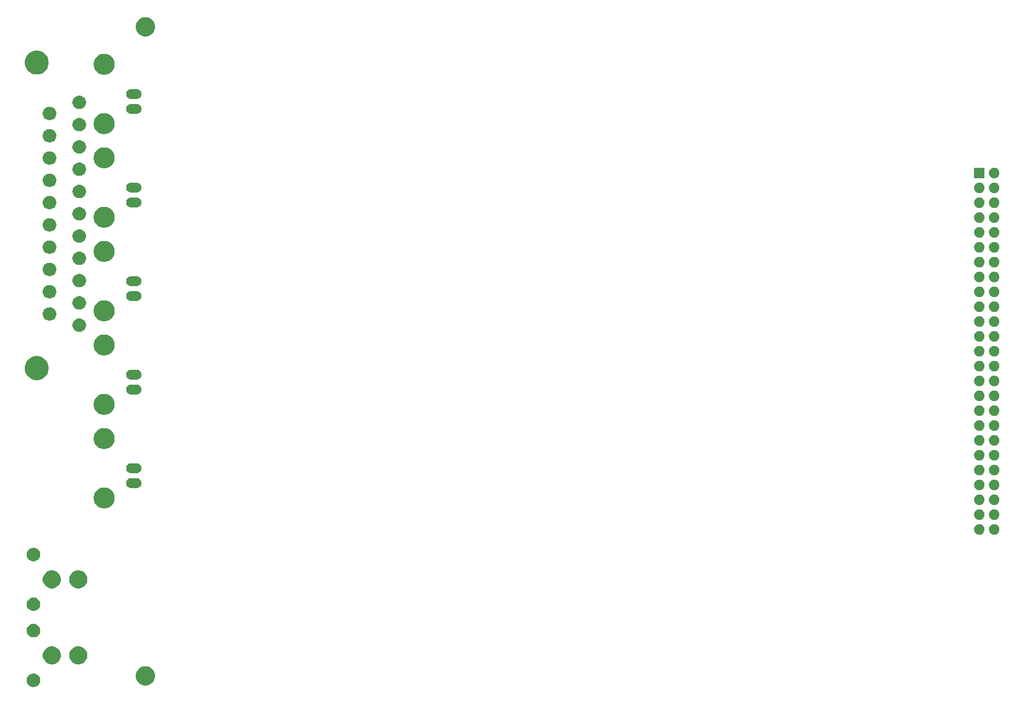
<source format=gbr>
G04 #@! TF.GenerationSoftware,KiCad,Pcbnew,(5.1.5)-2*
G04 #@! TF.CreationDate,2020-05-21T02:07:57+12:00*
G04 #@! TF.ProjectId,JVCard,4a564361-7264-42e6-9b69-6361645f7063,rev?*
G04 #@! TF.SameCoordinates,Original*
G04 #@! TF.FileFunction,Soldermask,Bot*
G04 #@! TF.FilePolarity,Negative*
%FSLAX46Y46*%
G04 Gerber Fmt 4.6, Leading zero omitted, Abs format (unit mm)*
G04 Created by KiCad (PCBNEW (5.1.5)-2) date 2020-05-21 02:07:57*
%MOMM*%
%LPD*%
G04 APERTURE LIST*
%ADD10C,0.100000*%
G04 APERTURE END LIST*
D10*
G36*
X-58925451Y-130121116D02*
G01*
X-58814266Y-130143232D01*
X-58604797Y-130229997D01*
X-58416280Y-130355960D01*
X-58255960Y-130516280D01*
X-58129997Y-130704797D01*
X-58043232Y-130914266D01*
X-57999000Y-131136636D01*
X-57999000Y-131363364D01*
X-58043232Y-131585734D01*
X-58129997Y-131795203D01*
X-58255960Y-131983720D01*
X-58416280Y-132144040D01*
X-58604797Y-132270003D01*
X-58814266Y-132356768D01*
X-58925451Y-132378884D01*
X-59036635Y-132401000D01*
X-59263365Y-132401000D01*
X-59374549Y-132378884D01*
X-59485734Y-132356768D01*
X-59695203Y-132270003D01*
X-59883720Y-132144040D01*
X-60044040Y-131983720D01*
X-60170003Y-131795203D01*
X-60256768Y-131585734D01*
X-60301000Y-131363364D01*
X-60301000Y-131136636D01*
X-60256768Y-130914266D01*
X-60170003Y-130704797D01*
X-60044040Y-130516280D01*
X-59883720Y-130355960D01*
X-59695203Y-130229997D01*
X-59485734Y-130143232D01*
X-59374549Y-130121116D01*
X-59263365Y-130099000D01*
X-59036635Y-130099000D01*
X-58925451Y-130121116D01*
G37*
G36*
X-39624744Y-128891298D02*
G01*
X-39518421Y-128912447D01*
X-39217958Y-129036903D01*
X-38947549Y-129217585D01*
X-38717585Y-129447549D01*
X-38717584Y-129447551D01*
X-38536902Y-129717960D01*
X-38412447Y-130018422D01*
X-38349000Y-130337389D01*
X-38349000Y-130662611D01*
X-38357392Y-130704799D01*
X-38412447Y-130981579D01*
X-38536903Y-131282042D01*
X-38717585Y-131552451D01*
X-38947549Y-131782415D01*
X-39217958Y-131963097D01*
X-39518421Y-132087553D01*
X-39624744Y-132108702D01*
X-39837389Y-132151000D01*
X-40162611Y-132151000D01*
X-40375256Y-132108702D01*
X-40481579Y-132087553D01*
X-40782042Y-131963097D01*
X-41052451Y-131782415D01*
X-41282415Y-131552451D01*
X-41463097Y-131282042D01*
X-41587553Y-130981579D01*
X-41642608Y-130704799D01*
X-41651000Y-130662611D01*
X-41651000Y-130337389D01*
X-41587553Y-130018422D01*
X-41463098Y-129717960D01*
X-41282416Y-129447551D01*
X-41282415Y-129447549D01*
X-41052451Y-129217585D01*
X-40782042Y-129036903D01*
X-40481579Y-128912447D01*
X-40375256Y-128891298D01*
X-40162611Y-128849000D01*
X-39837389Y-128849000D01*
X-39624744Y-128891298D01*
G37*
G36*
X-55697415Y-125478802D02*
G01*
X-55547590Y-125508604D01*
X-55265326Y-125625521D01*
X-55011295Y-125795259D01*
X-54795259Y-126011295D01*
X-54625521Y-126265326D01*
X-54508604Y-126547590D01*
X-54449000Y-126847240D01*
X-54449000Y-127152760D01*
X-54508604Y-127452410D01*
X-54625521Y-127734674D01*
X-54795259Y-127988705D01*
X-55011295Y-128204741D01*
X-55265326Y-128374479D01*
X-55547590Y-128491396D01*
X-55697415Y-128521198D01*
X-55847239Y-128551000D01*
X-56152761Y-128551000D01*
X-56302585Y-128521198D01*
X-56452410Y-128491396D01*
X-56734674Y-128374479D01*
X-56988705Y-128204741D01*
X-57204741Y-127988705D01*
X-57374479Y-127734674D01*
X-57491396Y-127452410D01*
X-57551000Y-127152760D01*
X-57551000Y-126847240D01*
X-57491396Y-126547590D01*
X-57374479Y-126265326D01*
X-57204741Y-126011295D01*
X-56988705Y-125795259D01*
X-56734674Y-125625521D01*
X-56452410Y-125508604D01*
X-56302585Y-125478802D01*
X-56152761Y-125449000D01*
X-55847239Y-125449000D01*
X-55697415Y-125478802D01*
G37*
G36*
X-51197415Y-125478802D02*
G01*
X-51047590Y-125508604D01*
X-50765326Y-125625521D01*
X-50511295Y-125795259D01*
X-50295259Y-126011295D01*
X-50125521Y-126265326D01*
X-50008604Y-126547590D01*
X-49949000Y-126847240D01*
X-49949000Y-127152760D01*
X-50008604Y-127452410D01*
X-50125521Y-127734674D01*
X-50295259Y-127988705D01*
X-50511295Y-128204741D01*
X-50765326Y-128374479D01*
X-51047590Y-128491396D01*
X-51197415Y-128521198D01*
X-51347239Y-128551000D01*
X-51652761Y-128551000D01*
X-51802585Y-128521198D01*
X-51952410Y-128491396D01*
X-52234674Y-128374479D01*
X-52488705Y-128204741D01*
X-52704741Y-127988705D01*
X-52874479Y-127734674D01*
X-52991396Y-127452410D01*
X-53051000Y-127152760D01*
X-53051000Y-126847240D01*
X-52991396Y-126547590D01*
X-52874479Y-126265326D01*
X-52704741Y-126011295D01*
X-52488705Y-125795259D01*
X-52234674Y-125625521D01*
X-51952410Y-125508604D01*
X-51802585Y-125478802D01*
X-51652761Y-125449000D01*
X-51347239Y-125449000D01*
X-51197415Y-125478802D01*
G37*
G36*
X-58925451Y-121621116D02*
G01*
X-58814266Y-121643232D01*
X-58604797Y-121729997D01*
X-58416280Y-121855960D01*
X-58255960Y-122016280D01*
X-58129997Y-122204797D01*
X-58043232Y-122414266D01*
X-57999000Y-122636636D01*
X-57999000Y-122863364D01*
X-58043232Y-123085734D01*
X-58129997Y-123295203D01*
X-58255960Y-123483720D01*
X-58416280Y-123644040D01*
X-58604797Y-123770003D01*
X-58814266Y-123856768D01*
X-58925451Y-123878884D01*
X-59036635Y-123901000D01*
X-59263365Y-123901000D01*
X-59374549Y-123878884D01*
X-59485734Y-123856768D01*
X-59695203Y-123770003D01*
X-59883720Y-123644040D01*
X-60044040Y-123483720D01*
X-60170003Y-123295203D01*
X-60256768Y-123085734D01*
X-60301000Y-122863364D01*
X-60301000Y-122636636D01*
X-60256768Y-122414266D01*
X-60170003Y-122204797D01*
X-60044040Y-122016280D01*
X-59883720Y-121855960D01*
X-59695203Y-121729997D01*
X-59485734Y-121643232D01*
X-59374549Y-121621116D01*
X-59263365Y-121599000D01*
X-59036635Y-121599000D01*
X-58925451Y-121621116D01*
G37*
G36*
X-58925451Y-117121116D02*
G01*
X-58814266Y-117143232D01*
X-58604797Y-117229997D01*
X-58416280Y-117355960D01*
X-58255960Y-117516280D01*
X-58129997Y-117704797D01*
X-58043232Y-117914266D01*
X-57999000Y-118136636D01*
X-57999000Y-118363364D01*
X-58043232Y-118585734D01*
X-58129997Y-118795203D01*
X-58255960Y-118983720D01*
X-58416280Y-119144040D01*
X-58604797Y-119270003D01*
X-58814266Y-119356768D01*
X-58925451Y-119378884D01*
X-59036635Y-119401000D01*
X-59263365Y-119401000D01*
X-59374549Y-119378884D01*
X-59485734Y-119356768D01*
X-59695203Y-119270003D01*
X-59883720Y-119144040D01*
X-60044040Y-118983720D01*
X-60170003Y-118795203D01*
X-60256768Y-118585734D01*
X-60301000Y-118363364D01*
X-60301000Y-118136636D01*
X-60256768Y-117914266D01*
X-60170003Y-117704797D01*
X-60044040Y-117516280D01*
X-59883720Y-117355960D01*
X-59695203Y-117229997D01*
X-59485734Y-117143232D01*
X-59374549Y-117121116D01*
X-59263365Y-117099000D01*
X-59036635Y-117099000D01*
X-58925451Y-117121116D01*
G37*
G36*
X-51197415Y-112478802D02*
G01*
X-51047590Y-112508604D01*
X-50765326Y-112625521D01*
X-50511295Y-112795259D01*
X-50295259Y-113011295D01*
X-50125521Y-113265326D01*
X-50008604Y-113547590D01*
X-49949000Y-113847240D01*
X-49949000Y-114152760D01*
X-50008604Y-114452410D01*
X-50125521Y-114734674D01*
X-50295259Y-114988705D01*
X-50511295Y-115204741D01*
X-50765326Y-115374479D01*
X-51047590Y-115491396D01*
X-51197415Y-115521198D01*
X-51347239Y-115551000D01*
X-51652761Y-115551000D01*
X-51802585Y-115521198D01*
X-51952410Y-115491396D01*
X-52234674Y-115374479D01*
X-52488705Y-115204741D01*
X-52704741Y-114988705D01*
X-52874479Y-114734674D01*
X-52991396Y-114452410D01*
X-53051000Y-114152760D01*
X-53051000Y-113847240D01*
X-52991396Y-113547590D01*
X-52874479Y-113265326D01*
X-52704741Y-113011295D01*
X-52488705Y-112795259D01*
X-52234674Y-112625521D01*
X-51952410Y-112508604D01*
X-51802585Y-112478802D01*
X-51652761Y-112449000D01*
X-51347239Y-112449000D01*
X-51197415Y-112478802D01*
G37*
G36*
X-55697415Y-112478802D02*
G01*
X-55547590Y-112508604D01*
X-55265326Y-112625521D01*
X-55011295Y-112795259D01*
X-54795259Y-113011295D01*
X-54625521Y-113265326D01*
X-54508604Y-113547590D01*
X-54449000Y-113847240D01*
X-54449000Y-114152760D01*
X-54508604Y-114452410D01*
X-54625521Y-114734674D01*
X-54795259Y-114988705D01*
X-55011295Y-115204741D01*
X-55265326Y-115374479D01*
X-55547590Y-115491396D01*
X-55697415Y-115521198D01*
X-55847239Y-115551000D01*
X-56152761Y-115551000D01*
X-56302585Y-115521198D01*
X-56452410Y-115491396D01*
X-56734674Y-115374479D01*
X-56988705Y-115204741D01*
X-57204741Y-114988705D01*
X-57374479Y-114734674D01*
X-57491396Y-114452410D01*
X-57551000Y-114152760D01*
X-57551000Y-113847240D01*
X-57491396Y-113547590D01*
X-57374479Y-113265326D01*
X-57204741Y-113011295D01*
X-56988705Y-112795259D01*
X-56734674Y-112625521D01*
X-56452410Y-112508604D01*
X-56302585Y-112478802D01*
X-56152761Y-112449000D01*
X-55847239Y-112449000D01*
X-55697415Y-112478802D01*
G37*
G36*
X-58925451Y-108621116D02*
G01*
X-58814266Y-108643232D01*
X-58604797Y-108729997D01*
X-58416280Y-108855960D01*
X-58255960Y-109016280D01*
X-58129997Y-109204797D01*
X-58043232Y-109414266D01*
X-57999000Y-109636636D01*
X-57999000Y-109863364D01*
X-58043232Y-110085734D01*
X-58129997Y-110295203D01*
X-58255960Y-110483720D01*
X-58416280Y-110644040D01*
X-58604797Y-110770003D01*
X-58814266Y-110856768D01*
X-58925451Y-110878884D01*
X-59036635Y-110901000D01*
X-59263365Y-110901000D01*
X-59374549Y-110878884D01*
X-59485734Y-110856768D01*
X-59695203Y-110770003D01*
X-59883720Y-110644040D01*
X-60044040Y-110483720D01*
X-60170003Y-110295203D01*
X-60256768Y-110085734D01*
X-60301000Y-109863364D01*
X-60301000Y-109636636D01*
X-60256768Y-109414266D01*
X-60170003Y-109204797D01*
X-60044040Y-109016280D01*
X-59883720Y-108855960D01*
X-59695203Y-108729997D01*
X-59485734Y-108643232D01*
X-59374549Y-108621116D01*
X-59263365Y-108599000D01*
X-59036635Y-108599000D01*
X-58925451Y-108621116D01*
G37*
G36*
X102613512Y-104563927D02*
G01*
X102762812Y-104593624D01*
X102926784Y-104661544D01*
X103074354Y-104760147D01*
X103199853Y-104885646D01*
X103298456Y-105033216D01*
X103366376Y-105197188D01*
X103401000Y-105371259D01*
X103401000Y-105548741D01*
X103366376Y-105722812D01*
X103298456Y-105886784D01*
X103199853Y-106034354D01*
X103074354Y-106159853D01*
X102926784Y-106258456D01*
X102762812Y-106326376D01*
X102613512Y-106356073D01*
X102588742Y-106361000D01*
X102411258Y-106361000D01*
X102386488Y-106356073D01*
X102237188Y-106326376D01*
X102073216Y-106258456D01*
X101925646Y-106159853D01*
X101800147Y-106034354D01*
X101701544Y-105886784D01*
X101633624Y-105722812D01*
X101599000Y-105548741D01*
X101599000Y-105371259D01*
X101633624Y-105197188D01*
X101701544Y-105033216D01*
X101800147Y-104885646D01*
X101925646Y-104760147D01*
X102073216Y-104661544D01*
X102237188Y-104593624D01*
X102386488Y-104563927D01*
X102411258Y-104559000D01*
X102588742Y-104559000D01*
X102613512Y-104563927D01*
G37*
G36*
X105153512Y-104563927D02*
G01*
X105302812Y-104593624D01*
X105466784Y-104661544D01*
X105614354Y-104760147D01*
X105739853Y-104885646D01*
X105838456Y-105033216D01*
X105906376Y-105197188D01*
X105941000Y-105371259D01*
X105941000Y-105548741D01*
X105906376Y-105722812D01*
X105838456Y-105886784D01*
X105739853Y-106034354D01*
X105614354Y-106159853D01*
X105466784Y-106258456D01*
X105302812Y-106326376D01*
X105153512Y-106356073D01*
X105128742Y-106361000D01*
X104951258Y-106361000D01*
X104926488Y-106356073D01*
X104777188Y-106326376D01*
X104613216Y-106258456D01*
X104465646Y-106159853D01*
X104340147Y-106034354D01*
X104241544Y-105886784D01*
X104173624Y-105722812D01*
X104139000Y-105548741D01*
X104139000Y-105371259D01*
X104173624Y-105197188D01*
X104241544Y-105033216D01*
X104340147Y-104885646D01*
X104465646Y-104760147D01*
X104613216Y-104661544D01*
X104777188Y-104593624D01*
X104926488Y-104563927D01*
X104951258Y-104559000D01*
X105128742Y-104559000D01*
X105153512Y-104563927D01*
G37*
G36*
X102613512Y-102023927D02*
G01*
X102762812Y-102053624D01*
X102926784Y-102121544D01*
X103074354Y-102220147D01*
X103199853Y-102345646D01*
X103298456Y-102493216D01*
X103366376Y-102657188D01*
X103401000Y-102831259D01*
X103401000Y-103008741D01*
X103366376Y-103182812D01*
X103298456Y-103346784D01*
X103199853Y-103494354D01*
X103074354Y-103619853D01*
X102926784Y-103718456D01*
X102762812Y-103786376D01*
X102613512Y-103816073D01*
X102588742Y-103821000D01*
X102411258Y-103821000D01*
X102386488Y-103816073D01*
X102237188Y-103786376D01*
X102073216Y-103718456D01*
X101925646Y-103619853D01*
X101800147Y-103494354D01*
X101701544Y-103346784D01*
X101633624Y-103182812D01*
X101599000Y-103008741D01*
X101599000Y-102831259D01*
X101633624Y-102657188D01*
X101701544Y-102493216D01*
X101800147Y-102345646D01*
X101925646Y-102220147D01*
X102073216Y-102121544D01*
X102237188Y-102053624D01*
X102386488Y-102023927D01*
X102411258Y-102019000D01*
X102588742Y-102019000D01*
X102613512Y-102023927D01*
G37*
G36*
X105153512Y-102023927D02*
G01*
X105302812Y-102053624D01*
X105466784Y-102121544D01*
X105614354Y-102220147D01*
X105739853Y-102345646D01*
X105838456Y-102493216D01*
X105906376Y-102657188D01*
X105941000Y-102831259D01*
X105941000Y-103008741D01*
X105906376Y-103182812D01*
X105838456Y-103346784D01*
X105739853Y-103494354D01*
X105614354Y-103619853D01*
X105466784Y-103718456D01*
X105302812Y-103786376D01*
X105153512Y-103816073D01*
X105128742Y-103821000D01*
X104951258Y-103821000D01*
X104926488Y-103816073D01*
X104777188Y-103786376D01*
X104613216Y-103718456D01*
X104465646Y-103619853D01*
X104340147Y-103494354D01*
X104241544Y-103346784D01*
X104173624Y-103182812D01*
X104139000Y-103008741D01*
X104139000Y-102831259D01*
X104173624Y-102657188D01*
X104241544Y-102493216D01*
X104340147Y-102345646D01*
X104465646Y-102220147D01*
X104613216Y-102121544D01*
X104777188Y-102053624D01*
X104926488Y-102023927D01*
X104951258Y-102019000D01*
X105128742Y-102019000D01*
X105153512Y-102023927D01*
G37*
G36*
X-46554669Y-98348211D02*
G01*
X-46226908Y-98483974D01*
X-45931930Y-98681072D01*
X-45681072Y-98931930D01*
X-45483974Y-99226908D01*
X-45348211Y-99554669D01*
X-45279000Y-99902616D01*
X-45279000Y-100257384D01*
X-45348211Y-100605331D01*
X-45483974Y-100933092D01*
X-45681072Y-101228070D01*
X-45931930Y-101478928D01*
X-46226908Y-101676026D01*
X-46554669Y-101811789D01*
X-46902616Y-101881000D01*
X-47257384Y-101881000D01*
X-47605331Y-101811789D01*
X-47933092Y-101676026D01*
X-48228070Y-101478928D01*
X-48478928Y-101228070D01*
X-48676026Y-100933092D01*
X-48811789Y-100605331D01*
X-48881000Y-100257384D01*
X-48881000Y-99902616D01*
X-48811789Y-99554669D01*
X-48676026Y-99226908D01*
X-48478928Y-98931930D01*
X-48228070Y-98681072D01*
X-47933092Y-98483974D01*
X-47605331Y-98348211D01*
X-47257384Y-98279000D01*
X-46902616Y-98279000D01*
X-46554669Y-98348211D01*
G37*
G36*
X105153512Y-99483927D02*
G01*
X105302812Y-99513624D01*
X105466784Y-99581544D01*
X105614354Y-99680147D01*
X105739853Y-99805646D01*
X105838456Y-99953216D01*
X105906376Y-100117188D01*
X105941000Y-100291259D01*
X105941000Y-100468741D01*
X105906376Y-100642812D01*
X105838456Y-100806784D01*
X105739853Y-100954354D01*
X105614354Y-101079853D01*
X105466784Y-101178456D01*
X105302812Y-101246376D01*
X105153512Y-101276073D01*
X105128742Y-101281000D01*
X104951258Y-101281000D01*
X104926488Y-101276073D01*
X104777188Y-101246376D01*
X104613216Y-101178456D01*
X104465646Y-101079853D01*
X104340147Y-100954354D01*
X104241544Y-100806784D01*
X104173624Y-100642812D01*
X104139000Y-100468741D01*
X104139000Y-100291259D01*
X104173624Y-100117188D01*
X104241544Y-99953216D01*
X104340147Y-99805646D01*
X104465646Y-99680147D01*
X104613216Y-99581544D01*
X104777188Y-99513624D01*
X104926488Y-99483927D01*
X104951258Y-99479000D01*
X105128742Y-99479000D01*
X105153512Y-99483927D01*
G37*
G36*
X102613512Y-99483927D02*
G01*
X102762812Y-99513624D01*
X102926784Y-99581544D01*
X103074354Y-99680147D01*
X103199853Y-99805646D01*
X103298456Y-99953216D01*
X103366376Y-100117188D01*
X103401000Y-100291259D01*
X103401000Y-100468741D01*
X103366376Y-100642812D01*
X103298456Y-100806784D01*
X103199853Y-100954354D01*
X103074354Y-101079853D01*
X102926784Y-101178456D01*
X102762812Y-101246376D01*
X102613512Y-101276073D01*
X102588742Y-101281000D01*
X102411258Y-101281000D01*
X102386488Y-101276073D01*
X102237188Y-101246376D01*
X102073216Y-101178456D01*
X101925646Y-101079853D01*
X101800147Y-100954354D01*
X101701544Y-100806784D01*
X101633624Y-100642812D01*
X101599000Y-100468741D01*
X101599000Y-100291259D01*
X101633624Y-100117188D01*
X101701544Y-99953216D01*
X101800147Y-99805646D01*
X101925646Y-99680147D01*
X102073216Y-99581544D01*
X102237188Y-99513624D01*
X102386488Y-99483927D01*
X102411258Y-99479000D01*
X102588742Y-99479000D01*
X102613512Y-99483927D01*
G37*
G36*
X105153512Y-96943927D02*
G01*
X105302812Y-96973624D01*
X105466784Y-97041544D01*
X105614354Y-97140147D01*
X105739853Y-97265646D01*
X105838456Y-97413216D01*
X105906376Y-97577188D01*
X105941000Y-97751259D01*
X105941000Y-97928741D01*
X105906376Y-98102812D01*
X105838456Y-98266784D01*
X105739853Y-98414354D01*
X105614354Y-98539853D01*
X105466784Y-98638456D01*
X105302812Y-98706376D01*
X105153512Y-98736073D01*
X105128742Y-98741000D01*
X104951258Y-98741000D01*
X104926488Y-98736073D01*
X104777188Y-98706376D01*
X104613216Y-98638456D01*
X104465646Y-98539853D01*
X104340147Y-98414354D01*
X104241544Y-98266784D01*
X104173624Y-98102812D01*
X104139000Y-97928741D01*
X104139000Y-97751259D01*
X104173624Y-97577188D01*
X104241544Y-97413216D01*
X104340147Y-97265646D01*
X104465646Y-97140147D01*
X104613216Y-97041544D01*
X104777188Y-96973624D01*
X104926488Y-96943927D01*
X104951258Y-96939000D01*
X105128742Y-96939000D01*
X105153512Y-96943927D01*
G37*
G36*
X102613512Y-96943927D02*
G01*
X102762812Y-96973624D01*
X102926784Y-97041544D01*
X103074354Y-97140147D01*
X103199853Y-97265646D01*
X103298456Y-97413216D01*
X103366376Y-97577188D01*
X103401000Y-97751259D01*
X103401000Y-97928741D01*
X103366376Y-98102812D01*
X103298456Y-98266784D01*
X103199853Y-98414354D01*
X103074354Y-98539853D01*
X102926784Y-98638456D01*
X102762812Y-98706376D01*
X102613512Y-98736073D01*
X102588742Y-98741000D01*
X102411258Y-98741000D01*
X102386488Y-98736073D01*
X102237188Y-98706376D01*
X102073216Y-98638456D01*
X101925646Y-98539853D01*
X101800147Y-98414354D01*
X101701544Y-98266784D01*
X101633624Y-98102812D01*
X101599000Y-97928741D01*
X101599000Y-97751259D01*
X101633624Y-97577188D01*
X101701544Y-97413216D01*
X101800147Y-97265646D01*
X101925646Y-97140147D01*
X102073216Y-97041544D01*
X102237188Y-96973624D01*
X102386488Y-96943927D01*
X102411258Y-96939000D01*
X102588742Y-96939000D01*
X102613512Y-96943927D01*
G37*
G36*
X-41383177Y-96701313D02*
G01*
X-41222758Y-96749976D01*
X-41090094Y-96820886D01*
X-41074922Y-96828996D01*
X-40945341Y-96935341D01*
X-40838996Y-97064922D01*
X-40838995Y-97064924D01*
X-40759976Y-97212758D01*
X-40711313Y-97373177D01*
X-40694883Y-97540000D01*
X-40711313Y-97706823D01*
X-40759976Y-97867242D01*
X-40830886Y-97999906D01*
X-40838996Y-98015078D01*
X-40945341Y-98144659D01*
X-41074922Y-98251004D01*
X-41074924Y-98251005D01*
X-41222758Y-98330024D01*
X-41383177Y-98378687D01*
X-41508196Y-98391000D01*
X-42491804Y-98391000D01*
X-42616823Y-98378687D01*
X-42777242Y-98330024D01*
X-42925076Y-98251005D01*
X-42925078Y-98251004D01*
X-43054659Y-98144659D01*
X-43161004Y-98015078D01*
X-43169114Y-97999906D01*
X-43240024Y-97867242D01*
X-43288687Y-97706823D01*
X-43305117Y-97540000D01*
X-43288687Y-97373177D01*
X-43240024Y-97212758D01*
X-43161005Y-97064924D01*
X-43161004Y-97064922D01*
X-43054659Y-96935341D01*
X-42925078Y-96828996D01*
X-42909906Y-96820886D01*
X-42777242Y-96749976D01*
X-42616823Y-96701313D01*
X-42491804Y-96689000D01*
X-41508196Y-96689000D01*
X-41383177Y-96701313D01*
G37*
G36*
X105153512Y-94403927D02*
G01*
X105302812Y-94433624D01*
X105466784Y-94501544D01*
X105614354Y-94600147D01*
X105739853Y-94725646D01*
X105838456Y-94873216D01*
X105906376Y-95037188D01*
X105941000Y-95211259D01*
X105941000Y-95388741D01*
X105906376Y-95562812D01*
X105838456Y-95726784D01*
X105739853Y-95874354D01*
X105614354Y-95999853D01*
X105466784Y-96098456D01*
X105302812Y-96166376D01*
X105153512Y-96196073D01*
X105128742Y-96201000D01*
X104951258Y-96201000D01*
X104926488Y-96196073D01*
X104777188Y-96166376D01*
X104613216Y-96098456D01*
X104465646Y-95999853D01*
X104340147Y-95874354D01*
X104241544Y-95726784D01*
X104173624Y-95562812D01*
X104139000Y-95388741D01*
X104139000Y-95211259D01*
X104173624Y-95037188D01*
X104241544Y-94873216D01*
X104340147Y-94725646D01*
X104465646Y-94600147D01*
X104613216Y-94501544D01*
X104777188Y-94433624D01*
X104926488Y-94403927D01*
X104951258Y-94399000D01*
X105128742Y-94399000D01*
X105153512Y-94403927D01*
G37*
G36*
X102613512Y-94403927D02*
G01*
X102762812Y-94433624D01*
X102926784Y-94501544D01*
X103074354Y-94600147D01*
X103199853Y-94725646D01*
X103298456Y-94873216D01*
X103366376Y-95037188D01*
X103401000Y-95211259D01*
X103401000Y-95388741D01*
X103366376Y-95562812D01*
X103298456Y-95726784D01*
X103199853Y-95874354D01*
X103074354Y-95999853D01*
X102926784Y-96098456D01*
X102762812Y-96166376D01*
X102613512Y-96196073D01*
X102588742Y-96201000D01*
X102411258Y-96201000D01*
X102386488Y-96196073D01*
X102237188Y-96166376D01*
X102073216Y-96098456D01*
X101925646Y-95999853D01*
X101800147Y-95874354D01*
X101701544Y-95726784D01*
X101633624Y-95562812D01*
X101599000Y-95388741D01*
X101599000Y-95211259D01*
X101633624Y-95037188D01*
X101701544Y-94873216D01*
X101800147Y-94725646D01*
X101925646Y-94600147D01*
X102073216Y-94501544D01*
X102237188Y-94433624D01*
X102386488Y-94403927D01*
X102411258Y-94399000D01*
X102588742Y-94399000D01*
X102613512Y-94403927D01*
G37*
G36*
X-41383177Y-94161313D02*
G01*
X-41222758Y-94209976D01*
X-41090094Y-94280886D01*
X-41074922Y-94288996D01*
X-40945341Y-94395341D01*
X-40838996Y-94524922D01*
X-40838995Y-94524924D01*
X-40759976Y-94672758D01*
X-40711313Y-94833177D01*
X-40694883Y-95000000D01*
X-40711313Y-95166823D01*
X-40759976Y-95327242D01*
X-40830886Y-95459906D01*
X-40838996Y-95475078D01*
X-40945341Y-95604659D01*
X-41074922Y-95711004D01*
X-41074924Y-95711005D01*
X-41222758Y-95790024D01*
X-41383177Y-95838687D01*
X-41508196Y-95851000D01*
X-42491804Y-95851000D01*
X-42616823Y-95838687D01*
X-42777242Y-95790024D01*
X-42925076Y-95711005D01*
X-42925078Y-95711004D01*
X-43054659Y-95604659D01*
X-43161004Y-95475078D01*
X-43169114Y-95459906D01*
X-43240024Y-95327242D01*
X-43288687Y-95166823D01*
X-43305117Y-95000000D01*
X-43288687Y-94833177D01*
X-43240024Y-94672758D01*
X-43161005Y-94524924D01*
X-43161004Y-94524922D01*
X-43054659Y-94395341D01*
X-42925078Y-94288996D01*
X-42909906Y-94280886D01*
X-42777242Y-94209976D01*
X-42616823Y-94161313D01*
X-42491804Y-94149000D01*
X-41508196Y-94149000D01*
X-41383177Y-94161313D01*
G37*
G36*
X105153512Y-91863927D02*
G01*
X105302812Y-91893624D01*
X105466784Y-91961544D01*
X105614354Y-92060147D01*
X105739853Y-92185646D01*
X105838456Y-92333216D01*
X105906376Y-92497188D01*
X105941000Y-92671259D01*
X105941000Y-92848741D01*
X105906376Y-93022812D01*
X105838456Y-93186784D01*
X105739853Y-93334354D01*
X105614354Y-93459853D01*
X105466784Y-93558456D01*
X105302812Y-93626376D01*
X105153512Y-93656073D01*
X105128742Y-93661000D01*
X104951258Y-93661000D01*
X104926488Y-93656073D01*
X104777188Y-93626376D01*
X104613216Y-93558456D01*
X104465646Y-93459853D01*
X104340147Y-93334354D01*
X104241544Y-93186784D01*
X104173624Y-93022812D01*
X104139000Y-92848741D01*
X104139000Y-92671259D01*
X104173624Y-92497188D01*
X104241544Y-92333216D01*
X104340147Y-92185646D01*
X104465646Y-92060147D01*
X104613216Y-91961544D01*
X104777188Y-91893624D01*
X104926488Y-91863927D01*
X104951258Y-91859000D01*
X105128742Y-91859000D01*
X105153512Y-91863927D01*
G37*
G36*
X102613512Y-91863927D02*
G01*
X102762812Y-91893624D01*
X102926784Y-91961544D01*
X103074354Y-92060147D01*
X103199853Y-92185646D01*
X103298456Y-92333216D01*
X103366376Y-92497188D01*
X103401000Y-92671259D01*
X103401000Y-92848741D01*
X103366376Y-93022812D01*
X103298456Y-93186784D01*
X103199853Y-93334354D01*
X103074354Y-93459853D01*
X102926784Y-93558456D01*
X102762812Y-93626376D01*
X102613512Y-93656073D01*
X102588742Y-93661000D01*
X102411258Y-93661000D01*
X102386488Y-93656073D01*
X102237188Y-93626376D01*
X102073216Y-93558456D01*
X101925646Y-93459853D01*
X101800147Y-93334354D01*
X101701544Y-93186784D01*
X101633624Y-93022812D01*
X101599000Y-92848741D01*
X101599000Y-92671259D01*
X101633624Y-92497188D01*
X101701544Y-92333216D01*
X101800147Y-92185646D01*
X101925646Y-92060147D01*
X102073216Y-91961544D01*
X102237188Y-91893624D01*
X102386488Y-91863927D01*
X102411258Y-91859000D01*
X102588742Y-91859000D01*
X102613512Y-91863927D01*
G37*
G36*
X-46554669Y-88188211D02*
G01*
X-46226908Y-88323974D01*
X-45931930Y-88521072D01*
X-45681072Y-88771930D01*
X-45483974Y-89066908D01*
X-45348211Y-89394669D01*
X-45279000Y-89742616D01*
X-45279000Y-90097384D01*
X-45348211Y-90445331D01*
X-45483974Y-90773092D01*
X-45681072Y-91068070D01*
X-45931930Y-91318928D01*
X-46226908Y-91516026D01*
X-46554669Y-91651789D01*
X-46902616Y-91721000D01*
X-47257384Y-91721000D01*
X-47605331Y-91651789D01*
X-47933092Y-91516026D01*
X-48228070Y-91318928D01*
X-48478928Y-91068070D01*
X-48676026Y-90773092D01*
X-48811789Y-90445331D01*
X-48881000Y-90097384D01*
X-48881000Y-89742616D01*
X-48811789Y-89394669D01*
X-48676026Y-89066908D01*
X-48478928Y-88771930D01*
X-48228070Y-88521072D01*
X-47933092Y-88323974D01*
X-47605331Y-88188211D01*
X-47257384Y-88119000D01*
X-46902616Y-88119000D01*
X-46554669Y-88188211D01*
G37*
G36*
X105153512Y-89323927D02*
G01*
X105302812Y-89353624D01*
X105466784Y-89421544D01*
X105614354Y-89520147D01*
X105739853Y-89645646D01*
X105838456Y-89793216D01*
X105906376Y-89957188D01*
X105941000Y-90131259D01*
X105941000Y-90308741D01*
X105906376Y-90482812D01*
X105838456Y-90646784D01*
X105739853Y-90794354D01*
X105614354Y-90919853D01*
X105466784Y-91018456D01*
X105302812Y-91086376D01*
X105153512Y-91116073D01*
X105128742Y-91121000D01*
X104951258Y-91121000D01*
X104926488Y-91116073D01*
X104777188Y-91086376D01*
X104613216Y-91018456D01*
X104465646Y-90919853D01*
X104340147Y-90794354D01*
X104241544Y-90646784D01*
X104173624Y-90482812D01*
X104139000Y-90308741D01*
X104139000Y-90131259D01*
X104173624Y-89957188D01*
X104241544Y-89793216D01*
X104340147Y-89645646D01*
X104465646Y-89520147D01*
X104613216Y-89421544D01*
X104777188Y-89353624D01*
X104926488Y-89323927D01*
X104951258Y-89319000D01*
X105128742Y-89319000D01*
X105153512Y-89323927D01*
G37*
G36*
X102613512Y-89323927D02*
G01*
X102762812Y-89353624D01*
X102926784Y-89421544D01*
X103074354Y-89520147D01*
X103199853Y-89645646D01*
X103298456Y-89793216D01*
X103366376Y-89957188D01*
X103401000Y-90131259D01*
X103401000Y-90308741D01*
X103366376Y-90482812D01*
X103298456Y-90646784D01*
X103199853Y-90794354D01*
X103074354Y-90919853D01*
X102926784Y-91018456D01*
X102762812Y-91086376D01*
X102613512Y-91116073D01*
X102588742Y-91121000D01*
X102411258Y-91121000D01*
X102386488Y-91116073D01*
X102237188Y-91086376D01*
X102073216Y-91018456D01*
X101925646Y-90919853D01*
X101800147Y-90794354D01*
X101701544Y-90646784D01*
X101633624Y-90482812D01*
X101599000Y-90308741D01*
X101599000Y-90131259D01*
X101633624Y-89957188D01*
X101701544Y-89793216D01*
X101800147Y-89645646D01*
X101925646Y-89520147D01*
X102073216Y-89421544D01*
X102237188Y-89353624D01*
X102386488Y-89323927D01*
X102411258Y-89319000D01*
X102588742Y-89319000D01*
X102613512Y-89323927D01*
G37*
G36*
X105153512Y-86783927D02*
G01*
X105302812Y-86813624D01*
X105466784Y-86881544D01*
X105614354Y-86980147D01*
X105739853Y-87105646D01*
X105838456Y-87253216D01*
X105906376Y-87417188D01*
X105941000Y-87591259D01*
X105941000Y-87768741D01*
X105906376Y-87942812D01*
X105838456Y-88106784D01*
X105739853Y-88254354D01*
X105614354Y-88379853D01*
X105466784Y-88478456D01*
X105302812Y-88546376D01*
X105153512Y-88576073D01*
X105128742Y-88581000D01*
X104951258Y-88581000D01*
X104926488Y-88576073D01*
X104777188Y-88546376D01*
X104613216Y-88478456D01*
X104465646Y-88379853D01*
X104340147Y-88254354D01*
X104241544Y-88106784D01*
X104173624Y-87942812D01*
X104139000Y-87768741D01*
X104139000Y-87591259D01*
X104173624Y-87417188D01*
X104241544Y-87253216D01*
X104340147Y-87105646D01*
X104465646Y-86980147D01*
X104613216Y-86881544D01*
X104777188Y-86813624D01*
X104926488Y-86783927D01*
X104951258Y-86779000D01*
X105128742Y-86779000D01*
X105153512Y-86783927D01*
G37*
G36*
X102613512Y-86783927D02*
G01*
X102762812Y-86813624D01*
X102926784Y-86881544D01*
X103074354Y-86980147D01*
X103199853Y-87105646D01*
X103298456Y-87253216D01*
X103366376Y-87417188D01*
X103401000Y-87591259D01*
X103401000Y-87768741D01*
X103366376Y-87942812D01*
X103298456Y-88106784D01*
X103199853Y-88254354D01*
X103074354Y-88379853D01*
X102926784Y-88478456D01*
X102762812Y-88546376D01*
X102613512Y-88576073D01*
X102588742Y-88581000D01*
X102411258Y-88581000D01*
X102386488Y-88576073D01*
X102237188Y-88546376D01*
X102073216Y-88478456D01*
X101925646Y-88379853D01*
X101800147Y-88254354D01*
X101701544Y-88106784D01*
X101633624Y-87942812D01*
X101599000Y-87768741D01*
X101599000Y-87591259D01*
X101633624Y-87417188D01*
X101701544Y-87253216D01*
X101800147Y-87105646D01*
X101925646Y-86980147D01*
X102073216Y-86881544D01*
X102237188Y-86813624D01*
X102386488Y-86783927D01*
X102411258Y-86779000D01*
X102588742Y-86779000D01*
X102613512Y-86783927D01*
G37*
G36*
X105153512Y-84243927D02*
G01*
X105302812Y-84273624D01*
X105466784Y-84341544D01*
X105614354Y-84440147D01*
X105739853Y-84565646D01*
X105838456Y-84713216D01*
X105906376Y-84877188D01*
X105941000Y-85051259D01*
X105941000Y-85228741D01*
X105906376Y-85402812D01*
X105838456Y-85566784D01*
X105739853Y-85714354D01*
X105614354Y-85839853D01*
X105466784Y-85938456D01*
X105302812Y-86006376D01*
X105153512Y-86036073D01*
X105128742Y-86041000D01*
X104951258Y-86041000D01*
X104926488Y-86036073D01*
X104777188Y-86006376D01*
X104613216Y-85938456D01*
X104465646Y-85839853D01*
X104340147Y-85714354D01*
X104241544Y-85566784D01*
X104173624Y-85402812D01*
X104139000Y-85228741D01*
X104139000Y-85051259D01*
X104173624Y-84877188D01*
X104241544Y-84713216D01*
X104340147Y-84565646D01*
X104465646Y-84440147D01*
X104613216Y-84341544D01*
X104777188Y-84273624D01*
X104926488Y-84243927D01*
X104951258Y-84239000D01*
X105128742Y-84239000D01*
X105153512Y-84243927D01*
G37*
G36*
X102613512Y-84243927D02*
G01*
X102762812Y-84273624D01*
X102926784Y-84341544D01*
X103074354Y-84440147D01*
X103199853Y-84565646D01*
X103298456Y-84713216D01*
X103366376Y-84877188D01*
X103401000Y-85051259D01*
X103401000Y-85228741D01*
X103366376Y-85402812D01*
X103298456Y-85566784D01*
X103199853Y-85714354D01*
X103074354Y-85839853D01*
X102926784Y-85938456D01*
X102762812Y-86006376D01*
X102613512Y-86036073D01*
X102588742Y-86041000D01*
X102411258Y-86041000D01*
X102386488Y-86036073D01*
X102237188Y-86006376D01*
X102073216Y-85938456D01*
X101925646Y-85839853D01*
X101800147Y-85714354D01*
X101701544Y-85566784D01*
X101633624Y-85402812D01*
X101599000Y-85228741D01*
X101599000Y-85051259D01*
X101633624Y-84877188D01*
X101701544Y-84713216D01*
X101800147Y-84565646D01*
X101925646Y-84440147D01*
X102073216Y-84341544D01*
X102237188Y-84273624D01*
X102386488Y-84243927D01*
X102411258Y-84239000D01*
X102588742Y-84239000D01*
X102613512Y-84243927D01*
G37*
G36*
X-46554669Y-82348211D02*
G01*
X-46226908Y-82483974D01*
X-45931930Y-82681072D01*
X-45681072Y-82931930D01*
X-45483974Y-83226908D01*
X-45348211Y-83554669D01*
X-45279000Y-83902616D01*
X-45279000Y-84257384D01*
X-45348211Y-84605331D01*
X-45483974Y-84933092D01*
X-45681072Y-85228070D01*
X-45931930Y-85478928D01*
X-46226908Y-85676026D01*
X-46554669Y-85811789D01*
X-46902616Y-85881000D01*
X-47257384Y-85881000D01*
X-47605331Y-85811789D01*
X-47933092Y-85676026D01*
X-48228070Y-85478928D01*
X-48478928Y-85228070D01*
X-48676026Y-84933092D01*
X-48811789Y-84605331D01*
X-48881000Y-84257384D01*
X-48881000Y-83902616D01*
X-48811789Y-83554669D01*
X-48676026Y-83226908D01*
X-48478928Y-82931930D01*
X-48228070Y-82681072D01*
X-47933092Y-82483974D01*
X-47605331Y-82348211D01*
X-47257384Y-82279000D01*
X-46902616Y-82279000D01*
X-46554669Y-82348211D01*
G37*
G36*
X102613512Y-81703927D02*
G01*
X102762812Y-81733624D01*
X102926784Y-81801544D01*
X103074354Y-81900147D01*
X103199853Y-82025646D01*
X103298456Y-82173216D01*
X103366376Y-82337188D01*
X103401000Y-82511259D01*
X103401000Y-82688741D01*
X103366376Y-82862812D01*
X103298456Y-83026784D01*
X103199853Y-83174354D01*
X103074354Y-83299853D01*
X102926784Y-83398456D01*
X102762812Y-83466376D01*
X102613512Y-83496073D01*
X102588742Y-83501000D01*
X102411258Y-83501000D01*
X102386488Y-83496073D01*
X102237188Y-83466376D01*
X102073216Y-83398456D01*
X101925646Y-83299853D01*
X101800147Y-83174354D01*
X101701544Y-83026784D01*
X101633624Y-82862812D01*
X101599000Y-82688741D01*
X101599000Y-82511259D01*
X101633624Y-82337188D01*
X101701544Y-82173216D01*
X101800147Y-82025646D01*
X101925646Y-81900147D01*
X102073216Y-81801544D01*
X102237188Y-81733624D01*
X102386488Y-81703927D01*
X102411258Y-81699000D01*
X102588742Y-81699000D01*
X102613512Y-81703927D01*
G37*
G36*
X105153512Y-81703927D02*
G01*
X105302812Y-81733624D01*
X105466784Y-81801544D01*
X105614354Y-81900147D01*
X105739853Y-82025646D01*
X105838456Y-82173216D01*
X105906376Y-82337188D01*
X105941000Y-82511259D01*
X105941000Y-82688741D01*
X105906376Y-82862812D01*
X105838456Y-83026784D01*
X105739853Y-83174354D01*
X105614354Y-83299853D01*
X105466784Y-83398456D01*
X105302812Y-83466376D01*
X105153512Y-83496073D01*
X105128742Y-83501000D01*
X104951258Y-83501000D01*
X104926488Y-83496073D01*
X104777188Y-83466376D01*
X104613216Y-83398456D01*
X104465646Y-83299853D01*
X104340147Y-83174354D01*
X104241544Y-83026784D01*
X104173624Y-82862812D01*
X104139000Y-82688741D01*
X104139000Y-82511259D01*
X104173624Y-82337188D01*
X104241544Y-82173216D01*
X104340147Y-82025646D01*
X104465646Y-81900147D01*
X104613216Y-81801544D01*
X104777188Y-81733624D01*
X104926488Y-81703927D01*
X104951258Y-81699000D01*
X105128742Y-81699000D01*
X105153512Y-81703927D01*
G37*
G36*
X-41383177Y-80701313D02*
G01*
X-41222758Y-80749976D01*
X-41090094Y-80820886D01*
X-41074922Y-80828996D01*
X-40945341Y-80935341D01*
X-40838996Y-81064922D01*
X-40838995Y-81064924D01*
X-40759976Y-81212758D01*
X-40711313Y-81373177D01*
X-40694883Y-81540000D01*
X-40711313Y-81706823D01*
X-40759976Y-81867242D01*
X-40777565Y-81900148D01*
X-40838996Y-82015078D01*
X-40945341Y-82144659D01*
X-41074922Y-82251004D01*
X-41074924Y-82251005D01*
X-41222758Y-82330024D01*
X-41383177Y-82378687D01*
X-41508196Y-82391000D01*
X-42491804Y-82391000D01*
X-42616823Y-82378687D01*
X-42777242Y-82330024D01*
X-42925076Y-82251005D01*
X-42925078Y-82251004D01*
X-43054659Y-82144659D01*
X-43161004Y-82015078D01*
X-43222435Y-81900148D01*
X-43240024Y-81867242D01*
X-43288687Y-81706823D01*
X-43305117Y-81540000D01*
X-43288687Y-81373177D01*
X-43240024Y-81212758D01*
X-43161005Y-81064924D01*
X-43161004Y-81064922D01*
X-43054659Y-80935341D01*
X-42925078Y-80828996D01*
X-42909906Y-80820886D01*
X-42777242Y-80749976D01*
X-42616823Y-80701313D01*
X-42491804Y-80689000D01*
X-41508196Y-80689000D01*
X-41383177Y-80701313D01*
G37*
G36*
X102613512Y-79163927D02*
G01*
X102762812Y-79193624D01*
X102926784Y-79261544D01*
X103074354Y-79360147D01*
X103199853Y-79485646D01*
X103298456Y-79633216D01*
X103366376Y-79797188D01*
X103401000Y-79971259D01*
X103401000Y-80148741D01*
X103366376Y-80322812D01*
X103298456Y-80486784D01*
X103199853Y-80634354D01*
X103074354Y-80759853D01*
X102926784Y-80858456D01*
X102762812Y-80926376D01*
X102613512Y-80956073D01*
X102588742Y-80961000D01*
X102411258Y-80961000D01*
X102386488Y-80956073D01*
X102237188Y-80926376D01*
X102073216Y-80858456D01*
X101925646Y-80759853D01*
X101800147Y-80634354D01*
X101701544Y-80486784D01*
X101633624Y-80322812D01*
X101599000Y-80148741D01*
X101599000Y-79971259D01*
X101633624Y-79797188D01*
X101701544Y-79633216D01*
X101800147Y-79485646D01*
X101925646Y-79360147D01*
X102073216Y-79261544D01*
X102237188Y-79193624D01*
X102386488Y-79163927D01*
X102411258Y-79159000D01*
X102588742Y-79159000D01*
X102613512Y-79163927D01*
G37*
G36*
X105153512Y-79163927D02*
G01*
X105302812Y-79193624D01*
X105466784Y-79261544D01*
X105614354Y-79360147D01*
X105739853Y-79485646D01*
X105838456Y-79633216D01*
X105906376Y-79797188D01*
X105941000Y-79971259D01*
X105941000Y-80148741D01*
X105906376Y-80322812D01*
X105838456Y-80486784D01*
X105739853Y-80634354D01*
X105614354Y-80759853D01*
X105466784Y-80858456D01*
X105302812Y-80926376D01*
X105153512Y-80956073D01*
X105128742Y-80961000D01*
X104951258Y-80961000D01*
X104926488Y-80956073D01*
X104777188Y-80926376D01*
X104613216Y-80858456D01*
X104465646Y-80759853D01*
X104340147Y-80634354D01*
X104241544Y-80486784D01*
X104173624Y-80322812D01*
X104139000Y-80148741D01*
X104139000Y-79971259D01*
X104173624Y-79797188D01*
X104241544Y-79633216D01*
X104340147Y-79485646D01*
X104465646Y-79360147D01*
X104613216Y-79261544D01*
X104777188Y-79193624D01*
X104926488Y-79163927D01*
X104951258Y-79159000D01*
X105128742Y-79159000D01*
X105153512Y-79163927D01*
G37*
G36*
X-58001746Y-75907818D02*
G01*
X-57628489Y-76062426D01*
X-57628487Y-76062427D01*
X-57292564Y-76286884D01*
X-57006884Y-76572564D01*
X-56841453Y-76820148D01*
X-56782426Y-76908489D01*
X-56627818Y-77281746D01*
X-56549000Y-77677993D01*
X-56549000Y-78082007D01*
X-56627818Y-78478254D01*
X-56774831Y-78833175D01*
X-56782427Y-78851513D01*
X-57006884Y-79187436D01*
X-57292564Y-79473116D01*
X-57628487Y-79697573D01*
X-57628488Y-79697574D01*
X-57628489Y-79697574D01*
X-58001746Y-79852182D01*
X-58397993Y-79931000D01*
X-58802007Y-79931000D01*
X-59198254Y-79852182D01*
X-59571511Y-79697574D01*
X-59571512Y-79697574D01*
X-59571513Y-79697573D01*
X-59907436Y-79473116D01*
X-60193116Y-79187436D01*
X-60417573Y-78851513D01*
X-60425169Y-78833175D01*
X-60572182Y-78478254D01*
X-60651000Y-78082007D01*
X-60651000Y-77677993D01*
X-60572182Y-77281746D01*
X-60417574Y-76908489D01*
X-60358546Y-76820148D01*
X-60193116Y-76572564D01*
X-59907436Y-76286884D01*
X-59571513Y-76062427D01*
X-59571511Y-76062426D01*
X-59198254Y-75907818D01*
X-58802007Y-75829000D01*
X-58397993Y-75829000D01*
X-58001746Y-75907818D01*
G37*
G36*
X-41383177Y-78161313D02*
G01*
X-41222758Y-78209976D01*
X-41090094Y-78280886D01*
X-41074922Y-78288996D01*
X-40945341Y-78395341D01*
X-40838996Y-78524922D01*
X-40838995Y-78524924D01*
X-40759976Y-78672758D01*
X-40711313Y-78833177D01*
X-40694883Y-79000000D01*
X-40711313Y-79166823D01*
X-40759976Y-79327242D01*
X-40777565Y-79360148D01*
X-40838996Y-79475078D01*
X-40945341Y-79604659D01*
X-41074922Y-79711004D01*
X-41074924Y-79711005D01*
X-41222758Y-79790024D01*
X-41383177Y-79838687D01*
X-41508196Y-79851000D01*
X-42491804Y-79851000D01*
X-42616823Y-79838687D01*
X-42777242Y-79790024D01*
X-42925076Y-79711005D01*
X-42925078Y-79711004D01*
X-43054659Y-79604659D01*
X-43161004Y-79475078D01*
X-43222435Y-79360148D01*
X-43240024Y-79327242D01*
X-43288687Y-79166823D01*
X-43305117Y-79000000D01*
X-43288687Y-78833177D01*
X-43240024Y-78672758D01*
X-43161005Y-78524924D01*
X-43161004Y-78524922D01*
X-43054659Y-78395341D01*
X-42925078Y-78288996D01*
X-42909906Y-78280886D01*
X-42777242Y-78209976D01*
X-42616823Y-78161313D01*
X-42491804Y-78149000D01*
X-41508196Y-78149000D01*
X-41383177Y-78161313D01*
G37*
G36*
X102613512Y-76623927D02*
G01*
X102762812Y-76653624D01*
X102926784Y-76721544D01*
X103074354Y-76820147D01*
X103199853Y-76945646D01*
X103298456Y-77093216D01*
X103366376Y-77257188D01*
X103401000Y-77431259D01*
X103401000Y-77608741D01*
X103366376Y-77782812D01*
X103298456Y-77946784D01*
X103199853Y-78094354D01*
X103074354Y-78219853D01*
X102926784Y-78318456D01*
X102762812Y-78386376D01*
X102613512Y-78416073D01*
X102588742Y-78421000D01*
X102411258Y-78421000D01*
X102386488Y-78416073D01*
X102237188Y-78386376D01*
X102073216Y-78318456D01*
X101925646Y-78219853D01*
X101800147Y-78094354D01*
X101701544Y-77946784D01*
X101633624Y-77782812D01*
X101599000Y-77608741D01*
X101599000Y-77431259D01*
X101633624Y-77257188D01*
X101701544Y-77093216D01*
X101800147Y-76945646D01*
X101925646Y-76820147D01*
X102073216Y-76721544D01*
X102237188Y-76653624D01*
X102386488Y-76623927D01*
X102411258Y-76619000D01*
X102588742Y-76619000D01*
X102613512Y-76623927D01*
G37*
G36*
X105153512Y-76623927D02*
G01*
X105302812Y-76653624D01*
X105466784Y-76721544D01*
X105614354Y-76820147D01*
X105739853Y-76945646D01*
X105838456Y-77093216D01*
X105906376Y-77257188D01*
X105941000Y-77431259D01*
X105941000Y-77608741D01*
X105906376Y-77782812D01*
X105838456Y-77946784D01*
X105739853Y-78094354D01*
X105614354Y-78219853D01*
X105466784Y-78318456D01*
X105302812Y-78386376D01*
X105153512Y-78416073D01*
X105128742Y-78421000D01*
X104951258Y-78421000D01*
X104926488Y-78416073D01*
X104777188Y-78386376D01*
X104613216Y-78318456D01*
X104465646Y-78219853D01*
X104340147Y-78094354D01*
X104241544Y-77946784D01*
X104173624Y-77782812D01*
X104139000Y-77608741D01*
X104139000Y-77431259D01*
X104173624Y-77257188D01*
X104241544Y-77093216D01*
X104340147Y-76945646D01*
X104465646Y-76820147D01*
X104613216Y-76721544D01*
X104777188Y-76653624D01*
X104926488Y-76623927D01*
X104951258Y-76619000D01*
X105128742Y-76619000D01*
X105153512Y-76623927D01*
G37*
G36*
X105153512Y-74083927D02*
G01*
X105302812Y-74113624D01*
X105466784Y-74181544D01*
X105614354Y-74280147D01*
X105739853Y-74405646D01*
X105838456Y-74553216D01*
X105906376Y-74717188D01*
X105941000Y-74891259D01*
X105941000Y-75068741D01*
X105906376Y-75242812D01*
X105838456Y-75406784D01*
X105739853Y-75554354D01*
X105614354Y-75679853D01*
X105466784Y-75778456D01*
X105302812Y-75846376D01*
X105153512Y-75876073D01*
X105128742Y-75881000D01*
X104951258Y-75881000D01*
X104926488Y-75876073D01*
X104777188Y-75846376D01*
X104613216Y-75778456D01*
X104465646Y-75679853D01*
X104340147Y-75554354D01*
X104241544Y-75406784D01*
X104173624Y-75242812D01*
X104139000Y-75068741D01*
X104139000Y-74891259D01*
X104173624Y-74717188D01*
X104241544Y-74553216D01*
X104340147Y-74405646D01*
X104465646Y-74280147D01*
X104613216Y-74181544D01*
X104777188Y-74113624D01*
X104926488Y-74083927D01*
X104951258Y-74079000D01*
X105128742Y-74079000D01*
X105153512Y-74083927D01*
G37*
G36*
X102613512Y-74083927D02*
G01*
X102762812Y-74113624D01*
X102926784Y-74181544D01*
X103074354Y-74280147D01*
X103199853Y-74405646D01*
X103298456Y-74553216D01*
X103366376Y-74717188D01*
X103401000Y-74891259D01*
X103401000Y-75068741D01*
X103366376Y-75242812D01*
X103298456Y-75406784D01*
X103199853Y-75554354D01*
X103074354Y-75679853D01*
X102926784Y-75778456D01*
X102762812Y-75846376D01*
X102613512Y-75876073D01*
X102588742Y-75881000D01*
X102411258Y-75881000D01*
X102386488Y-75876073D01*
X102237188Y-75846376D01*
X102073216Y-75778456D01*
X101925646Y-75679853D01*
X101800147Y-75554354D01*
X101701544Y-75406784D01*
X101633624Y-75242812D01*
X101599000Y-75068741D01*
X101599000Y-74891259D01*
X101633624Y-74717188D01*
X101701544Y-74553216D01*
X101800147Y-74405646D01*
X101925646Y-74280147D01*
X102073216Y-74181544D01*
X102237188Y-74113624D01*
X102386488Y-74083927D01*
X102411258Y-74079000D01*
X102588742Y-74079000D01*
X102613512Y-74083927D01*
G37*
G36*
X-46554669Y-72188211D02*
G01*
X-46226908Y-72323974D01*
X-45931930Y-72521072D01*
X-45681072Y-72771930D01*
X-45483974Y-73066908D01*
X-45348211Y-73394669D01*
X-45279000Y-73742616D01*
X-45279000Y-74097384D01*
X-45348211Y-74445331D01*
X-45483974Y-74773092D01*
X-45681072Y-75068070D01*
X-45931930Y-75318928D01*
X-46226908Y-75516026D01*
X-46554669Y-75651789D01*
X-46902616Y-75721000D01*
X-47257384Y-75721000D01*
X-47605331Y-75651789D01*
X-47933092Y-75516026D01*
X-48228070Y-75318928D01*
X-48478928Y-75068070D01*
X-48676026Y-74773092D01*
X-48811789Y-74445331D01*
X-48881000Y-74097384D01*
X-48881000Y-73742616D01*
X-48811789Y-73394669D01*
X-48676026Y-73066908D01*
X-48478928Y-72771930D01*
X-48228070Y-72521072D01*
X-47933092Y-72323974D01*
X-47605331Y-72188211D01*
X-47257384Y-72119000D01*
X-46902616Y-72119000D01*
X-46554669Y-72188211D01*
G37*
G36*
X105153512Y-71543927D02*
G01*
X105302812Y-71573624D01*
X105466784Y-71641544D01*
X105614354Y-71740147D01*
X105739853Y-71865646D01*
X105838456Y-72013216D01*
X105906376Y-72177188D01*
X105941000Y-72351259D01*
X105941000Y-72528741D01*
X105906376Y-72702812D01*
X105838456Y-72866784D01*
X105739853Y-73014354D01*
X105614354Y-73139853D01*
X105466784Y-73238456D01*
X105302812Y-73306376D01*
X105153512Y-73336073D01*
X105128742Y-73341000D01*
X104951258Y-73341000D01*
X104926488Y-73336073D01*
X104777188Y-73306376D01*
X104613216Y-73238456D01*
X104465646Y-73139853D01*
X104340147Y-73014354D01*
X104241544Y-72866784D01*
X104173624Y-72702812D01*
X104139000Y-72528741D01*
X104139000Y-72351259D01*
X104173624Y-72177188D01*
X104241544Y-72013216D01*
X104340147Y-71865646D01*
X104465646Y-71740147D01*
X104613216Y-71641544D01*
X104777188Y-71573624D01*
X104926488Y-71543927D01*
X104951258Y-71539000D01*
X105128742Y-71539000D01*
X105153512Y-71543927D01*
G37*
G36*
X102613512Y-71543927D02*
G01*
X102762812Y-71573624D01*
X102926784Y-71641544D01*
X103074354Y-71740147D01*
X103199853Y-71865646D01*
X103298456Y-72013216D01*
X103366376Y-72177188D01*
X103401000Y-72351259D01*
X103401000Y-72528741D01*
X103366376Y-72702812D01*
X103298456Y-72866784D01*
X103199853Y-73014354D01*
X103074354Y-73139853D01*
X102926784Y-73238456D01*
X102762812Y-73306376D01*
X102613512Y-73336073D01*
X102588742Y-73341000D01*
X102411258Y-73341000D01*
X102386488Y-73336073D01*
X102237188Y-73306376D01*
X102073216Y-73238456D01*
X101925646Y-73139853D01*
X101800147Y-73014354D01*
X101701544Y-72866784D01*
X101633624Y-72702812D01*
X101599000Y-72528741D01*
X101599000Y-72351259D01*
X101633624Y-72177188D01*
X101701544Y-72013216D01*
X101800147Y-71865646D01*
X101925646Y-71740147D01*
X102073216Y-71641544D01*
X102237188Y-71573624D01*
X102386488Y-71543927D01*
X102411258Y-71539000D01*
X102588742Y-71539000D01*
X102613512Y-71543927D01*
G37*
G36*
X-51095451Y-69386116D02*
G01*
X-50984266Y-69408232D01*
X-50774797Y-69494997D01*
X-50586280Y-69620960D01*
X-50425960Y-69781280D01*
X-50299997Y-69969797D01*
X-50213232Y-70179266D01*
X-50169000Y-70401636D01*
X-50169000Y-70628364D01*
X-50213232Y-70850734D01*
X-50299997Y-71060203D01*
X-50425960Y-71248720D01*
X-50586280Y-71409040D01*
X-50774797Y-71535003D01*
X-50774798Y-71535004D01*
X-50774799Y-71535004D01*
X-50836150Y-71560416D01*
X-50984266Y-71621768D01*
X-51083687Y-71641544D01*
X-51206635Y-71666000D01*
X-51433365Y-71666000D01*
X-51556313Y-71641544D01*
X-51655734Y-71621768D01*
X-51803850Y-71560416D01*
X-51865201Y-71535004D01*
X-51865202Y-71535004D01*
X-51865203Y-71535003D01*
X-52053720Y-71409040D01*
X-52214040Y-71248720D01*
X-52340003Y-71060203D01*
X-52426768Y-70850734D01*
X-52471000Y-70628364D01*
X-52471000Y-70401636D01*
X-52426768Y-70179266D01*
X-52340003Y-69969797D01*
X-52214040Y-69781280D01*
X-52053720Y-69620960D01*
X-51865203Y-69494997D01*
X-51655734Y-69408232D01*
X-51544549Y-69386116D01*
X-51433365Y-69364000D01*
X-51206635Y-69364000D01*
X-51095451Y-69386116D01*
G37*
G36*
X102613512Y-69003927D02*
G01*
X102762812Y-69033624D01*
X102926784Y-69101544D01*
X103074354Y-69200147D01*
X103199853Y-69325646D01*
X103298456Y-69473216D01*
X103366376Y-69637188D01*
X103401000Y-69811259D01*
X103401000Y-69988741D01*
X103366376Y-70162812D01*
X103298456Y-70326784D01*
X103199853Y-70474354D01*
X103074354Y-70599853D01*
X102926784Y-70698456D01*
X102762812Y-70766376D01*
X102613512Y-70796073D01*
X102588742Y-70801000D01*
X102411258Y-70801000D01*
X102386488Y-70796073D01*
X102237188Y-70766376D01*
X102073216Y-70698456D01*
X101925646Y-70599853D01*
X101800147Y-70474354D01*
X101701544Y-70326784D01*
X101633624Y-70162812D01*
X101599000Y-69988741D01*
X101599000Y-69811259D01*
X101633624Y-69637188D01*
X101701544Y-69473216D01*
X101800147Y-69325646D01*
X101925646Y-69200147D01*
X102073216Y-69101544D01*
X102237188Y-69033624D01*
X102386488Y-69003927D01*
X102411258Y-68999000D01*
X102588742Y-68999000D01*
X102613512Y-69003927D01*
G37*
G36*
X105153512Y-69003927D02*
G01*
X105302812Y-69033624D01*
X105466784Y-69101544D01*
X105614354Y-69200147D01*
X105739853Y-69325646D01*
X105838456Y-69473216D01*
X105906376Y-69637188D01*
X105941000Y-69811259D01*
X105941000Y-69988741D01*
X105906376Y-70162812D01*
X105838456Y-70326784D01*
X105739853Y-70474354D01*
X105614354Y-70599853D01*
X105466784Y-70698456D01*
X105302812Y-70766376D01*
X105153512Y-70796073D01*
X105128742Y-70801000D01*
X104951258Y-70801000D01*
X104926488Y-70796073D01*
X104777188Y-70766376D01*
X104613216Y-70698456D01*
X104465646Y-70599853D01*
X104340147Y-70474354D01*
X104241544Y-70326784D01*
X104173624Y-70162812D01*
X104139000Y-69988741D01*
X104139000Y-69811259D01*
X104173624Y-69637188D01*
X104241544Y-69473216D01*
X104340147Y-69325646D01*
X104465646Y-69200147D01*
X104613216Y-69101544D01*
X104777188Y-69033624D01*
X104926488Y-69003927D01*
X104951258Y-68999000D01*
X105128742Y-68999000D01*
X105153512Y-69003927D01*
G37*
G36*
X-46554669Y-66348211D02*
G01*
X-46226908Y-66483974D01*
X-45931930Y-66681072D01*
X-45681072Y-66931930D01*
X-45483974Y-67226908D01*
X-45348211Y-67554669D01*
X-45279000Y-67902616D01*
X-45279000Y-68257384D01*
X-45348211Y-68605331D01*
X-45483974Y-68933092D01*
X-45681072Y-69228070D01*
X-45931930Y-69478928D01*
X-46226908Y-69676026D01*
X-46554669Y-69811789D01*
X-46902616Y-69881000D01*
X-47257384Y-69881000D01*
X-47605331Y-69811789D01*
X-47933092Y-69676026D01*
X-48228070Y-69478928D01*
X-48478928Y-69228070D01*
X-48676026Y-68933092D01*
X-48811789Y-68605331D01*
X-48881000Y-68257384D01*
X-48881000Y-67902616D01*
X-48811789Y-67554669D01*
X-48676026Y-67226908D01*
X-48478928Y-66931930D01*
X-48228070Y-66681072D01*
X-47933092Y-66483974D01*
X-47605331Y-66348211D01*
X-47257384Y-66279000D01*
X-46902616Y-66279000D01*
X-46554669Y-66348211D01*
G37*
G36*
X-56175451Y-67481116D02*
G01*
X-56064266Y-67503232D01*
X-55854797Y-67589997D01*
X-55666280Y-67715960D01*
X-55505960Y-67876280D01*
X-55379997Y-68064797D01*
X-55293232Y-68274266D01*
X-55249000Y-68496636D01*
X-55249000Y-68723364D01*
X-55293232Y-68945734D01*
X-55379997Y-69155203D01*
X-55505960Y-69343720D01*
X-55666280Y-69504040D01*
X-55854797Y-69630003D01*
X-55854798Y-69630004D01*
X-55854799Y-69630004D01*
X-55916150Y-69655416D01*
X-56064266Y-69716768D01*
X-56175451Y-69738884D01*
X-56286635Y-69761000D01*
X-56513365Y-69761000D01*
X-56624549Y-69738884D01*
X-56735734Y-69716768D01*
X-56883850Y-69655416D01*
X-56945201Y-69630004D01*
X-56945202Y-69630004D01*
X-56945203Y-69630003D01*
X-57133720Y-69504040D01*
X-57294040Y-69343720D01*
X-57420003Y-69155203D01*
X-57506768Y-68945734D01*
X-57551000Y-68723364D01*
X-57551000Y-68496636D01*
X-57506768Y-68274266D01*
X-57420003Y-68064797D01*
X-57294040Y-67876280D01*
X-57133720Y-67715960D01*
X-56945203Y-67589997D01*
X-56735734Y-67503232D01*
X-56624549Y-67481116D01*
X-56513365Y-67459000D01*
X-56286635Y-67459000D01*
X-56175451Y-67481116D01*
G37*
G36*
X105153512Y-66463927D02*
G01*
X105302812Y-66493624D01*
X105466784Y-66561544D01*
X105614354Y-66660147D01*
X105739853Y-66785646D01*
X105838456Y-66933216D01*
X105906376Y-67097188D01*
X105932178Y-67226907D01*
X105941000Y-67271258D01*
X105941000Y-67448742D01*
X105936073Y-67473512D01*
X105906376Y-67622812D01*
X105838456Y-67786784D01*
X105739853Y-67934354D01*
X105614354Y-68059853D01*
X105466784Y-68158456D01*
X105302812Y-68226376D01*
X105153512Y-68256073D01*
X105128742Y-68261000D01*
X104951258Y-68261000D01*
X104926488Y-68256073D01*
X104777188Y-68226376D01*
X104613216Y-68158456D01*
X104465646Y-68059853D01*
X104340147Y-67934354D01*
X104241544Y-67786784D01*
X104173624Y-67622812D01*
X104143927Y-67473512D01*
X104139000Y-67448742D01*
X104139000Y-67271258D01*
X104147822Y-67226907D01*
X104173624Y-67097188D01*
X104241544Y-66933216D01*
X104340147Y-66785646D01*
X104465646Y-66660147D01*
X104613216Y-66561544D01*
X104777188Y-66493624D01*
X104926488Y-66463927D01*
X104951258Y-66459000D01*
X105128742Y-66459000D01*
X105153512Y-66463927D01*
G37*
G36*
X102613512Y-66463927D02*
G01*
X102762812Y-66493624D01*
X102926784Y-66561544D01*
X103074354Y-66660147D01*
X103199853Y-66785646D01*
X103298456Y-66933216D01*
X103366376Y-67097188D01*
X103392178Y-67226907D01*
X103401000Y-67271258D01*
X103401000Y-67448742D01*
X103396073Y-67473512D01*
X103366376Y-67622812D01*
X103298456Y-67786784D01*
X103199853Y-67934354D01*
X103074354Y-68059853D01*
X102926784Y-68158456D01*
X102762812Y-68226376D01*
X102613512Y-68256073D01*
X102588742Y-68261000D01*
X102411258Y-68261000D01*
X102386488Y-68256073D01*
X102237188Y-68226376D01*
X102073216Y-68158456D01*
X101925646Y-68059853D01*
X101800147Y-67934354D01*
X101701544Y-67786784D01*
X101633624Y-67622812D01*
X101603927Y-67473512D01*
X101599000Y-67448742D01*
X101599000Y-67271258D01*
X101607822Y-67226907D01*
X101633624Y-67097188D01*
X101701544Y-66933216D01*
X101800147Y-66785646D01*
X101925646Y-66660147D01*
X102073216Y-66561544D01*
X102237188Y-66493624D01*
X102386488Y-66463927D01*
X102411258Y-66459000D01*
X102588742Y-66459000D01*
X102613512Y-66463927D01*
G37*
G36*
X-51095451Y-65576116D02*
G01*
X-50984266Y-65598232D01*
X-50774797Y-65684997D01*
X-50586280Y-65810960D01*
X-50425960Y-65971280D01*
X-50299997Y-66159797D01*
X-50213232Y-66369266D01*
X-50169000Y-66591636D01*
X-50169000Y-66818364D01*
X-50213232Y-67040734D01*
X-50299997Y-67250203D01*
X-50425960Y-67438720D01*
X-50586280Y-67599040D01*
X-50774797Y-67725003D01*
X-50984266Y-67811768D01*
X-51095451Y-67833884D01*
X-51206635Y-67856000D01*
X-51433365Y-67856000D01*
X-51544549Y-67833884D01*
X-51655734Y-67811768D01*
X-51865203Y-67725003D01*
X-52053720Y-67599040D01*
X-52214040Y-67438720D01*
X-52340003Y-67250203D01*
X-52426768Y-67040734D01*
X-52471000Y-66818364D01*
X-52471000Y-66591636D01*
X-52426768Y-66369266D01*
X-52340003Y-66159797D01*
X-52214040Y-65971280D01*
X-52053720Y-65810960D01*
X-51865203Y-65684997D01*
X-51655734Y-65598232D01*
X-51544549Y-65576116D01*
X-51433365Y-65554000D01*
X-51206635Y-65554000D01*
X-51095451Y-65576116D01*
G37*
G36*
X-41383177Y-64701313D02*
G01*
X-41222758Y-64749976D01*
X-41090094Y-64820886D01*
X-41074922Y-64828996D01*
X-40945341Y-64935341D01*
X-40838996Y-65064922D01*
X-40838995Y-65064924D01*
X-40759976Y-65212758D01*
X-40711313Y-65373177D01*
X-40694883Y-65540000D01*
X-40711313Y-65706823D01*
X-40759976Y-65867242D01*
X-40804746Y-65951000D01*
X-40838996Y-66015078D01*
X-40945341Y-66144659D01*
X-41074922Y-66251004D01*
X-41074924Y-66251005D01*
X-41222758Y-66330024D01*
X-41383177Y-66378687D01*
X-41508196Y-66391000D01*
X-42491804Y-66391000D01*
X-42616823Y-66378687D01*
X-42777242Y-66330024D01*
X-42925076Y-66251005D01*
X-42925078Y-66251004D01*
X-43054659Y-66144659D01*
X-43161004Y-66015078D01*
X-43195254Y-65951000D01*
X-43240024Y-65867242D01*
X-43288687Y-65706823D01*
X-43305117Y-65540000D01*
X-43288687Y-65373177D01*
X-43240024Y-65212758D01*
X-43161005Y-65064924D01*
X-43161004Y-65064922D01*
X-43054659Y-64935341D01*
X-42925078Y-64828996D01*
X-42909906Y-64820886D01*
X-42777242Y-64749976D01*
X-42616823Y-64701313D01*
X-42491804Y-64689000D01*
X-41508196Y-64689000D01*
X-41383177Y-64701313D01*
G37*
G36*
X-56175451Y-63671116D02*
G01*
X-56064266Y-63693232D01*
X-55854797Y-63779997D01*
X-55666280Y-63905960D01*
X-55505960Y-64066280D01*
X-55379997Y-64254797D01*
X-55293232Y-64464266D01*
X-55249000Y-64686636D01*
X-55249000Y-64913364D01*
X-55293232Y-65135734D01*
X-55379997Y-65345203D01*
X-55505960Y-65533720D01*
X-55666280Y-65694040D01*
X-55854797Y-65820003D01*
X-56064266Y-65906768D01*
X-56175451Y-65928884D01*
X-56286635Y-65951000D01*
X-56513365Y-65951000D01*
X-56624549Y-65928884D01*
X-56735734Y-65906768D01*
X-56945203Y-65820003D01*
X-57133720Y-65694040D01*
X-57294040Y-65533720D01*
X-57420003Y-65345203D01*
X-57506768Y-65135734D01*
X-57551000Y-64913364D01*
X-57551000Y-64686636D01*
X-57506768Y-64464266D01*
X-57420003Y-64254797D01*
X-57294040Y-64066280D01*
X-57133720Y-63905960D01*
X-56945203Y-63779997D01*
X-56735734Y-63693232D01*
X-56624549Y-63671116D01*
X-56513365Y-63649000D01*
X-56286635Y-63649000D01*
X-56175451Y-63671116D01*
G37*
G36*
X105153512Y-63923927D02*
G01*
X105302812Y-63953624D01*
X105466784Y-64021544D01*
X105614354Y-64120147D01*
X105739853Y-64245646D01*
X105838456Y-64393216D01*
X105906376Y-64557188D01*
X105935044Y-64701314D01*
X105941000Y-64731258D01*
X105941000Y-64908742D01*
X105940080Y-64913365D01*
X105906376Y-65082812D01*
X105838456Y-65246784D01*
X105739853Y-65394354D01*
X105614354Y-65519853D01*
X105466784Y-65618456D01*
X105302812Y-65686376D01*
X105153512Y-65716073D01*
X105128742Y-65721000D01*
X104951258Y-65721000D01*
X104926488Y-65716073D01*
X104777188Y-65686376D01*
X104613216Y-65618456D01*
X104465646Y-65519853D01*
X104340147Y-65394354D01*
X104241544Y-65246784D01*
X104173624Y-65082812D01*
X104139920Y-64913365D01*
X104139000Y-64908742D01*
X104139000Y-64731258D01*
X104144956Y-64701314D01*
X104173624Y-64557188D01*
X104241544Y-64393216D01*
X104340147Y-64245646D01*
X104465646Y-64120147D01*
X104613216Y-64021544D01*
X104777188Y-63953624D01*
X104926488Y-63923927D01*
X104951258Y-63919000D01*
X105128742Y-63919000D01*
X105153512Y-63923927D01*
G37*
G36*
X102613512Y-63923927D02*
G01*
X102762812Y-63953624D01*
X102926784Y-64021544D01*
X103074354Y-64120147D01*
X103199853Y-64245646D01*
X103298456Y-64393216D01*
X103366376Y-64557188D01*
X103395044Y-64701314D01*
X103401000Y-64731258D01*
X103401000Y-64908742D01*
X103400080Y-64913365D01*
X103366376Y-65082812D01*
X103298456Y-65246784D01*
X103199853Y-65394354D01*
X103074354Y-65519853D01*
X102926784Y-65618456D01*
X102762812Y-65686376D01*
X102613512Y-65716073D01*
X102588742Y-65721000D01*
X102411258Y-65721000D01*
X102386488Y-65716073D01*
X102237188Y-65686376D01*
X102073216Y-65618456D01*
X101925646Y-65519853D01*
X101800147Y-65394354D01*
X101701544Y-65246784D01*
X101633624Y-65082812D01*
X101599920Y-64913365D01*
X101599000Y-64908742D01*
X101599000Y-64731258D01*
X101604956Y-64701314D01*
X101633624Y-64557188D01*
X101701544Y-64393216D01*
X101800147Y-64245646D01*
X101925646Y-64120147D01*
X102073216Y-64021544D01*
X102237188Y-63953624D01*
X102386488Y-63923927D01*
X102411258Y-63919000D01*
X102588742Y-63919000D01*
X102613512Y-63923927D01*
G37*
G36*
X-51095451Y-61766116D02*
G01*
X-50984266Y-61788232D01*
X-50774797Y-61874997D01*
X-50586280Y-62000960D01*
X-50425960Y-62161280D01*
X-50299997Y-62349797D01*
X-50213232Y-62559266D01*
X-50169000Y-62781636D01*
X-50169000Y-63008364D01*
X-50213232Y-63230734D01*
X-50299997Y-63440203D01*
X-50425960Y-63628720D01*
X-50586280Y-63789040D01*
X-50774797Y-63915003D01*
X-50774798Y-63915004D01*
X-50774799Y-63915004D01*
X-50836150Y-63940416D01*
X-50984266Y-64001768D01*
X-51083687Y-64021544D01*
X-51206635Y-64046000D01*
X-51433365Y-64046000D01*
X-51556313Y-64021544D01*
X-51655734Y-64001768D01*
X-51803850Y-63940416D01*
X-51865201Y-63915004D01*
X-51865202Y-63915004D01*
X-51865203Y-63915003D01*
X-52053720Y-63789040D01*
X-52214040Y-63628720D01*
X-52340003Y-63440203D01*
X-52426768Y-63230734D01*
X-52471000Y-63008364D01*
X-52471000Y-62781636D01*
X-52426768Y-62559266D01*
X-52340003Y-62349797D01*
X-52214040Y-62161280D01*
X-52053720Y-62000960D01*
X-51865203Y-61874997D01*
X-51655734Y-61788232D01*
X-51544549Y-61766116D01*
X-51433365Y-61744000D01*
X-51206635Y-61744000D01*
X-51095451Y-61766116D01*
G37*
G36*
X-41383177Y-62161313D02*
G01*
X-41222758Y-62209976D01*
X-41090094Y-62280886D01*
X-41074922Y-62288996D01*
X-40945341Y-62395341D01*
X-40838996Y-62524922D01*
X-40838995Y-62524924D01*
X-40759976Y-62672758D01*
X-40711313Y-62833177D01*
X-40694883Y-63000000D01*
X-40711313Y-63166823D01*
X-40759976Y-63327242D01*
X-40820354Y-63440201D01*
X-40838996Y-63475078D01*
X-40945341Y-63604659D01*
X-41074922Y-63711004D01*
X-41074924Y-63711005D01*
X-41222758Y-63790024D01*
X-41383177Y-63838687D01*
X-41508196Y-63851000D01*
X-42491804Y-63851000D01*
X-42616823Y-63838687D01*
X-42777242Y-63790024D01*
X-42925076Y-63711005D01*
X-42925078Y-63711004D01*
X-43054659Y-63604659D01*
X-43161004Y-63475078D01*
X-43179646Y-63440201D01*
X-43240024Y-63327242D01*
X-43288687Y-63166823D01*
X-43305117Y-63000000D01*
X-43288687Y-62833177D01*
X-43240024Y-62672758D01*
X-43161005Y-62524924D01*
X-43161004Y-62524922D01*
X-43054659Y-62395341D01*
X-42925078Y-62288996D01*
X-42909906Y-62280886D01*
X-42777242Y-62209976D01*
X-42616823Y-62161313D01*
X-42491804Y-62149000D01*
X-41508196Y-62149000D01*
X-41383177Y-62161313D01*
G37*
G36*
X102613512Y-61383927D02*
G01*
X102762812Y-61413624D01*
X102926784Y-61481544D01*
X103074354Y-61580147D01*
X103199853Y-61705646D01*
X103298456Y-61853216D01*
X103366376Y-62017188D01*
X103401000Y-62191259D01*
X103401000Y-62368741D01*
X103366376Y-62542812D01*
X103298456Y-62706784D01*
X103199853Y-62854354D01*
X103074354Y-62979853D01*
X102926784Y-63078456D01*
X102762812Y-63146376D01*
X102613512Y-63176073D01*
X102588742Y-63181000D01*
X102411258Y-63181000D01*
X102386488Y-63176073D01*
X102237188Y-63146376D01*
X102073216Y-63078456D01*
X101925646Y-62979853D01*
X101800147Y-62854354D01*
X101701544Y-62706784D01*
X101633624Y-62542812D01*
X101599000Y-62368741D01*
X101599000Y-62191259D01*
X101633624Y-62017188D01*
X101701544Y-61853216D01*
X101800147Y-61705646D01*
X101925646Y-61580147D01*
X102073216Y-61481544D01*
X102237188Y-61413624D01*
X102386488Y-61383927D01*
X102411258Y-61379000D01*
X102588742Y-61379000D01*
X102613512Y-61383927D01*
G37*
G36*
X105153512Y-61383927D02*
G01*
X105302812Y-61413624D01*
X105466784Y-61481544D01*
X105614354Y-61580147D01*
X105739853Y-61705646D01*
X105838456Y-61853216D01*
X105906376Y-62017188D01*
X105941000Y-62191259D01*
X105941000Y-62368741D01*
X105906376Y-62542812D01*
X105838456Y-62706784D01*
X105739853Y-62854354D01*
X105614354Y-62979853D01*
X105466784Y-63078456D01*
X105302812Y-63146376D01*
X105153512Y-63176073D01*
X105128742Y-63181000D01*
X104951258Y-63181000D01*
X104926488Y-63176073D01*
X104777188Y-63146376D01*
X104613216Y-63078456D01*
X104465646Y-62979853D01*
X104340147Y-62854354D01*
X104241544Y-62706784D01*
X104173624Y-62542812D01*
X104139000Y-62368741D01*
X104139000Y-62191259D01*
X104173624Y-62017188D01*
X104241544Y-61853216D01*
X104340147Y-61705646D01*
X104465646Y-61580147D01*
X104613216Y-61481544D01*
X104777188Y-61413624D01*
X104926488Y-61383927D01*
X104951258Y-61379000D01*
X105128742Y-61379000D01*
X105153512Y-61383927D01*
G37*
G36*
X-56175451Y-59861116D02*
G01*
X-56064266Y-59883232D01*
X-55854797Y-59969997D01*
X-55666280Y-60095960D01*
X-55505960Y-60256280D01*
X-55379997Y-60444797D01*
X-55293232Y-60654266D01*
X-55249000Y-60876636D01*
X-55249000Y-61103364D01*
X-55293232Y-61325734D01*
X-55379997Y-61535203D01*
X-55505960Y-61723720D01*
X-55666280Y-61884040D01*
X-55854797Y-62010003D01*
X-55854798Y-62010004D01*
X-55854799Y-62010004D01*
X-55916150Y-62035416D01*
X-56064266Y-62096768D01*
X-56175451Y-62118884D01*
X-56286635Y-62141000D01*
X-56513365Y-62141000D01*
X-56624549Y-62118884D01*
X-56735734Y-62096768D01*
X-56883850Y-62035416D01*
X-56945201Y-62010004D01*
X-56945202Y-62010004D01*
X-56945203Y-62010003D01*
X-57133720Y-61884040D01*
X-57294040Y-61723720D01*
X-57420003Y-61535203D01*
X-57506768Y-61325734D01*
X-57551000Y-61103364D01*
X-57551000Y-60876636D01*
X-57506768Y-60654266D01*
X-57420003Y-60444797D01*
X-57294040Y-60256280D01*
X-57133720Y-60095960D01*
X-56945203Y-59969997D01*
X-56735734Y-59883232D01*
X-56624549Y-59861116D01*
X-56513365Y-59839000D01*
X-56286635Y-59839000D01*
X-56175451Y-59861116D01*
G37*
G36*
X105153512Y-58843927D02*
G01*
X105302812Y-58873624D01*
X105466784Y-58941544D01*
X105614354Y-59040147D01*
X105739853Y-59165646D01*
X105838456Y-59313216D01*
X105906376Y-59477188D01*
X105936073Y-59626488D01*
X105941000Y-59651258D01*
X105941000Y-59828742D01*
X105936073Y-59853512D01*
X105906376Y-60002812D01*
X105838456Y-60166784D01*
X105739853Y-60314354D01*
X105614354Y-60439853D01*
X105466784Y-60538456D01*
X105302812Y-60606376D01*
X105153512Y-60636073D01*
X105128742Y-60641000D01*
X104951258Y-60641000D01*
X104926488Y-60636073D01*
X104777188Y-60606376D01*
X104613216Y-60538456D01*
X104465646Y-60439853D01*
X104340147Y-60314354D01*
X104241544Y-60166784D01*
X104173624Y-60002812D01*
X104143927Y-59853512D01*
X104139000Y-59828742D01*
X104139000Y-59651258D01*
X104143927Y-59626488D01*
X104173624Y-59477188D01*
X104241544Y-59313216D01*
X104340147Y-59165646D01*
X104465646Y-59040147D01*
X104613216Y-58941544D01*
X104777188Y-58873624D01*
X104926488Y-58843927D01*
X104951258Y-58839000D01*
X105128742Y-58839000D01*
X105153512Y-58843927D01*
G37*
G36*
X102613512Y-58843927D02*
G01*
X102762812Y-58873624D01*
X102926784Y-58941544D01*
X103074354Y-59040147D01*
X103199853Y-59165646D01*
X103298456Y-59313216D01*
X103366376Y-59477188D01*
X103396073Y-59626488D01*
X103401000Y-59651258D01*
X103401000Y-59828742D01*
X103396073Y-59853512D01*
X103366376Y-60002812D01*
X103298456Y-60166784D01*
X103199853Y-60314354D01*
X103074354Y-60439853D01*
X102926784Y-60538456D01*
X102762812Y-60606376D01*
X102613512Y-60636073D01*
X102588742Y-60641000D01*
X102411258Y-60641000D01*
X102386488Y-60636073D01*
X102237188Y-60606376D01*
X102073216Y-60538456D01*
X101925646Y-60439853D01*
X101800147Y-60314354D01*
X101701544Y-60166784D01*
X101633624Y-60002812D01*
X101603927Y-59853512D01*
X101599000Y-59828742D01*
X101599000Y-59651258D01*
X101603927Y-59626488D01*
X101633624Y-59477188D01*
X101701544Y-59313216D01*
X101800147Y-59165646D01*
X101925646Y-59040147D01*
X102073216Y-58941544D01*
X102237188Y-58873624D01*
X102386488Y-58843927D01*
X102411258Y-58839000D01*
X102588742Y-58839000D01*
X102613512Y-58843927D01*
G37*
G36*
X-51095451Y-57956116D02*
G01*
X-50984266Y-57978232D01*
X-50774797Y-58064997D01*
X-50586280Y-58190960D01*
X-50425960Y-58351280D01*
X-50299997Y-58539797D01*
X-50213232Y-58749266D01*
X-50169000Y-58971636D01*
X-50169000Y-59198364D01*
X-50213232Y-59420734D01*
X-50299997Y-59630203D01*
X-50425960Y-59818720D01*
X-50586280Y-59979040D01*
X-50774797Y-60105003D01*
X-50984266Y-60191768D01*
X-51095451Y-60213884D01*
X-51206635Y-60236000D01*
X-51433365Y-60236000D01*
X-51544549Y-60213884D01*
X-51655734Y-60191768D01*
X-51865203Y-60105003D01*
X-52053720Y-59979040D01*
X-52214040Y-59818720D01*
X-52340003Y-59630203D01*
X-52426768Y-59420734D01*
X-52471000Y-59198364D01*
X-52471000Y-58971636D01*
X-52426768Y-58749266D01*
X-52340003Y-58539797D01*
X-52214040Y-58351280D01*
X-52053720Y-58190960D01*
X-51865203Y-58064997D01*
X-51655734Y-57978232D01*
X-51544549Y-57956116D01*
X-51433365Y-57934000D01*
X-51206635Y-57934000D01*
X-51095451Y-57956116D01*
G37*
G36*
X-46554669Y-56188211D02*
G01*
X-46226908Y-56323974D01*
X-45931930Y-56521072D01*
X-45681072Y-56771930D01*
X-45483974Y-57066908D01*
X-45348211Y-57394669D01*
X-45279000Y-57742616D01*
X-45279000Y-58097384D01*
X-45348211Y-58445331D01*
X-45483974Y-58773092D01*
X-45681072Y-59068070D01*
X-45931930Y-59318928D01*
X-46226908Y-59516026D01*
X-46554669Y-59651789D01*
X-46902616Y-59721000D01*
X-47257384Y-59721000D01*
X-47605331Y-59651789D01*
X-47933092Y-59516026D01*
X-48228070Y-59318928D01*
X-48478928Y-59068070D01*
X-48676026Y-58773092D01*
X-48811789Y-58445331D01*
X-48881000Y-58097384D01*
X-48881000Y-57742616D01*
X-48811789Y-57394669D01*
X-48676026Y-57066908D01*
X-48478928Y-56771930D01*
X-48228070Y-56521072D01*
X-47933092Y-56323974D01*
X-47605331Y-56188211D01*
X-47257384Y-56119000D01*
X-46902616Y-56119000D01*
X-46554669Y-56188211D01*
G37*
G36*
X-56175451Y-56051116D02*
G01*
X-56064266Y-56073232D01*
X-55854797Y-56159997D01*
X-55666280Y-56285960D01*
X-55505960Y-56446280D01*
X-55379997Y-56634797D01*
X-55293232Y-56844266D01*
X-55249000Y-57066636D01*
X-55249000Y-57293364D01*
X-55293232Y-57515734D01*
X-55379997Y-57725203D01*
X-55505960Y-57913720D01*
X-55666280Y-58074040D01*
X-55854797Y-58200003D01*
X-56064266Y-58286768D01*
X-56175451Y-58308884D01*
X-56286635Y-58331000D01*
X-56513365Y-58331000D01*
X-56624549Y-58308884D01*
X-56735734Y-58286768D01*
X-56945203Y-58200003D01*
X-57133720Y-58074040D01*
X-57294040Y-57913720D01*
X-57420003Y-57725203D01*
X-57506768Y-57515734D01*
X-57551000Y-57293364D01*
X-57551000Y-57066636D01*
X-57506768Y-56844266D01*
X-57420003Y-56634797D01*
X-57294040Y-56446280D01*
X-57133720Y-56285960D01*
X-56945203Y-56159997D01*
X-56735734Y-56073232D01*
X-56624549Y-56051116D01*
X-56513365Y-56029000D01*
X-56286635Y-56029000D01*
X-56175451Y-56051116D01*
G37*
G36*
X105153512Y-56303927D02*
G01*
X105302812Y-56333624D01*
X105466784Y-56401544D01*
X105614354Y-56500147D01*
X105739853Y-56625646D01*
X105838456Y-56773216D01*
X105906376Y-56937188D01*
X105932124Y-57066635D01*
X105941000Y-57111258D01*
X105941000Y-57288742D01*
X105940080Y-57293365D01*
X105906376Y-57462812D01*
X105838456Y-57626784D01*
X105739853Y-57774354D01*
X105614354Y-57899853D01*
X105466784Y-57998456D01*
X105302812Y-58066376D01*
X105153512Y-58096073D01*
X105128742Y-58101000D01*
X104951258Y-58101000D01*
X104926488Y-58096073D01*
X104777188Y-58066376D01*
X104613216Y-57998456D01*
X104465646Y-57899853D01*
X104340147Y-57774354D01*
X104241544Y-57626784D01*
X104173624Y-57462812D01*
X104139920Y-57293365D01*
X104139000Y-57288742D01*
X104139000Y-57111258D01*
X104147876Y-57066635D01*
X104173624Y-56937188D01*
X104241544Y-56773216D01*
X104340147Y-56625646D01*
X104465646Y-56500147D01*
X104613216Y-56401544D01*
X104777188Y-56333624D01*
X104926488Y-56303927D01*
X104951258Y-56299000D01*
X105128742Y-56299000D01*
X105153512Y-56303927D01*
G37*
G36*
X102613512Y-56303927D02*
G01*
X102762812Y-56333624D01*
X102926784Y-56401544D01*
X103074354Y-56500147D01*
X103199853Y-56625646D01*
X103298456Y-56773216D01*
X103366376Y-56937188D01*
X103392124Y-57066635D01*
X103401000Y-57111258D01*
X103401000Y-57288742D01*
X103400080Y-57293365D01*
X103366376Y-57462812D01*
X103298456Y-57626784D01*
X103199853Y-57774354D01*
X103074354Y-57899853D01*
X102926784Y-57998456D01*
X102762812Y-58066376D01*
X102613512Y-58096073D01*
X102588742Y-58101000D01*
X102411258Y-58101000D01*
X102386488Y-58096073D01*
X102237188Y-58066376D01*
X102073216Y-57998456D01*
X101925646Y-57899853D01*
X101800147Y-57774354D01*
X101701544Y-57626784D01*
X101633624Y-57462812D01*
X101599920Y-57293365D01*
X101599000Y-57288742D01*
X101599000Y-57111258D01*
X101607876Y-57066635D01*
X101633624Y-56937188D01*
X101701544Y-56773216D01*
X101800147Y-56625646D01*
X101925646Y-56500147D01*
X102073216Y-56401544D01*
X102237188Y-56333624D01*
X102386488Y-56303927D01*
X102411258Y-56299000D01*
X102588742Y-56299000D01*
X102613512Y-56303927D01*
G37*
G36*
X-51095451Y-54146116D02*
G01*
X-50984266Y-54168232D01*
X-50774797Y-54254997D01*
X-50586280Y-54380960D01*
X-50425960Y-54541280D01*
X-50299997Y-54729797D01*
X-50213232Y-54939266D01*
X-50169000Y-55161636D01*
X-50169000Y-55388364D01*
X-50213232Y-55610734D01*
X-50299997Y-55820203D01*
X-50425960Y-56008720D01*
X-50586280Y-56169040D01*
X-50774797Y-56295003D01*
X-50774798Y-56295004D01*
X-50774799Y-56295004D01*
X-50836150Y-56320416D01*
X-50984266Y-56381768D01*
X-51083687Y-56401544D01*
X-51206635Y-56426000D01*
X-51433365Y-56426000D01*
X-51556313Y-56401544D01*
X-51655734Y-56381768D01*
X-51803850Y-56320416D01*
X-51865201Y-56295004D01*
X-51865202Y-56295004D01*
X-51865203Y-56295003D01*
X-52053720Y-56169040D01*
X-52214040Y-56008720D01*
X-52340003Y-55820203D01*
X-52426768Y-55610734D01*
X-52471000Y-55388364D01*
X-52471000Y-55161636D01*
X-52426768Y-54939266D01*
X-52340003Y-54729797D01*
X-52214040Y-54541280D01*
X-52053720Y-54380960D01*
X-51865203Y-54254997D01*
X-51655734Y-54168232D01*
X-51544549Y-54146116D01*
X-51433365Y-54124000D01*
X-51206635Y-54124000D01*
X-51095451Y-54146116D01*
G37*
G36*
X102613512Y-53763927D02*
G01*
X102762812Y-53793624D01*
X102926784Y-53861544D01*
X103074354Y-53960147D01*
X103199853Y-54085646D01*
X103298456Y-54233216D01*
X103366376Y-54397188D01*
X103401000Y-54571259D01*
X103401000Y-54748741D01*
X103366376Y-54922812D01*
X103298456Y-55086784D01*
X103199853Y-55234354D01*
X103074354Y-55359853D01*
X102926784Y-55458456D01*
X102762812Y-55526376D01*
X102613512Y-55556073D01*
X102588742Y-55561000D01*
X102411258Y-55561000D01*
X102386488Y-55556073D01*
X102237188Y-55526376D01*
X102073216Y-55458456D01*
X101925646Y-55359853D01*
X101800147Y-55234354D01*
X101701544Y-55086784D01*
X101633624Y-54922812D01*
X101599000Y-54748741D01*
X101599000Y-54571259D01*
X101633624Y-54397188D01*
X101701544Y-54233216D01*
X101800147Y-54085646D01*
X101925646Y-53960147D01*
X102073216Y-53861544D01*
X102237188Y-53793624D01*
X102386488Y-53763927D01*
X102411258Y-53759000D01*
X102588742Y-53759000D01*
X102613512Y-53763927D01*
G37*
G36*
X105153512Y-53763927D02*
G01*
X105302812Y-53793624D01*
X105466784Y-53861544D01*
X105614354Y-53960147D01*
X105739853Y-54085646D01*
X105838456Y-54233216D01*
X105906376Y-54397188D01*
X105941000Y-54571259D01*
X105941000Y-54748741D01*
X105906376Y-54922812D01*
X105838456Y-55086784D01*
X105739853Y-55234354D01*
X105614354Y-55359853D01*
X105466784Y-55458456D01*
X105302812Y-55526376D01*
X105153512Y-55556073D01*
X105128742Y-55561000D01*
X104951258Y-55561000D01*
X104926488Y-55556073D01*
X104777188Y-55526376D01*
X104613216Y-55458456D01*
X104465646Y-55359853D01*
X104340147Y-55234354D01*
X104241544Y-55086784D01*
X104173624Y-54922812D01*
X104139000Y-54748741D01*
X104139000Y-54571259D01*
X104173624Y-54397188D01*
X104241544Y-54233216D01*
X104340147Y-54085646D01*
X104465646Y-53960147D01*
X104613216Y-53861544D01*
X104777188Y-53793624D01*
X104926488Y-53763927D01*
X104951258Y-53759000D01*
X105128742Y-53759000D01*
X105153512Y-53763927D01*
G37*
G36*
X-56175451Y-52241116D02*
G01*
X-56064266Y-52263232D01*
X-55854797Y-52349997D01*
X-55666280Y-52475960D01*
X-55505960Y-52636280D01*
X-55379997Y-52824797D01*
X-55293232Y-53034266D01*
X-55249000Y-53256636D01*
X-55249000Y-53483364D01*
X-55293232Y-53705734D01*
X-55379997Y-53915203D01*
X-55505960Y-54103720D01*
X-55666280Y-54264040D01*
X-55854797Y-54390003D01*
X-55854798Y-54390004D01*
X-55854799Y-54390004D01*
X-55916150Y-54415416D01*
X-56064266Y-54476768D01*
X-56175451Y-54498884D01*
X-56286635Y-54521000D01*
X-56513365Y-54521000D01*
X-56624549Y-54498884D01*
X-56735734Y-54476768D01*
X-56883850Y-54415416D01*
X-56945201Y-54390004D01*
X-56945202Y-54390004D01*
X-56945203Y-54390003D01*
X-57133720Y-54264040D01*
X-57294040Y-54103720D01*
X-57420003Y-53915203D01*
X-57506768Y-53705734D01*
X-57551000Y-53483364D01*
X-57551000Y-53256636D01*
X-57506768Y-53034266D01*
X-57420003Y-52824797D01*
X-57294040Y-52636280D01*
X-57133720Y-52475960D01*
X-56945203Y-52349997D01*
X-56735734Y-52263232D01*
X-56624549Y-52241116D01*
X-56513365Y-52219000D01*
X-56286635Y-52219000D01*
X-56175451Y-52241116D01*
G37*
G36*
X-46554669Y-50348211D02*
G01*
X-46226908Y-50483974D01*
X-45931930Y-50681072D01*
X-45681072Y-50931930D01*
X-45483974Y-51226908D01*
X-45348211Y-51554669D01*
X-45279000Y-51902616D01*
X-45279000Y-52257384D01*
X-45348211Y-52605331D01*
X-45483974Y-52933092D01*
X-45681072Y-53228070D01*
X-45931930Y-53478928D01*
X-46226908Y-53676026D01*
X-46554669Y-53811789D01*
X-46902616Y-53881000D01*
X-47257384Y-53881000D01*
X-47605331Y-53811789D01*
X-47933092Y-53676026D01*
X-48228070Y-53478928D01*
X-48478928Y-53228070D01*
X-48676026Y-52933092D01*
X-48811789Y-52605331D01*
X-48881000Y-52257384D01*
X-48881000Y-51902616D01*
X-48811789Y-51554669D01*
X-48676026Y-51226908D01*
X-48478928Y-50931930D01*
X-48228070Y-50681072D01*
X-47933092Y-50483974D01*
X-47605331Y-50348211D01*
X-47257384Y-50279000D01*
X-46902616Y-50279000D01*
X-46554669Y-50348211D01*
G37*
G36*
X105153512Y-51223927D02*
G01*
X105302812Y-51253624D01*
X105466784Y-51321544D01*
X105614354Y-51420147D01*
X105739853Y-51545646D01*
X105838456Y-51693216D01*
X105906376Y-51857188D01*
X105936073Y-52006488D01*
X105941000Y-52031258D01*
X105941000Y-52208742D01*
X105936073Y-52233512D01*
X105906376Y-52382812D01*
X105838456Y-52546784D01*
X105739853Y-52694354D01*
X105614354Y-52819853D01*
X105466784Y-52918456D01*
X105302812Y-52986376D01*
X105153512Y-53016073D01*
X105128742Y-53021000D01*
X104951258Y-53021000D01*
X104926488Y-53016073D01*
X104777188Y-52986376D01*
X104613216Y-52918456D01*
X104465646Y-52819853D01*
X104340147Y-52694354D01*
X104241544Y-52546784D01*
X104173624Y-52382812D01*
X104143927Y-52233512D01*
X104139000Y-52208742D01*
X104139000Y-52031258D01*
X104143927Y-52006488D01*
X104173624Y-51857188D01*
X104241544Y-51693216D01*
X104340147Y-51545646D01*
X104465646Y-51420147D01*
X104613216Y-51321544D01*
X104777188Y-51253624D01*
X104926488Y-51223927D01*
X104951258Y-51219000D01*
X105128742Y-51219000D01*
X105153512Y-51223927D01*
G37*
G36*
X102613512Y-51223927D02*
G01*
X102762812Y-51253624D01*
X102926784Y-51321544D01*
X103074354Y-51420147D01*
X103199853Y-51545646D01*
X103298456Y-51693216D01*
X103366376Y-51857188D01*
X103396073Y-52006488D01*
X103401000Y-52031258D01*
X103401000Y-52208742D01*
X103396073Y-52233512D01*
X103366376Y-52382812D01*
X103298456Y-52546784D01*
X103199853Y-52694354D01*
X103074354Y-52819853D01*
X102926784Y-52918456D01*
X102762812Y-52986376D01*
X102613512Y-53016073D01*
X102588742Y-53021000D01*
X102411258Y-53021000D01*
X102386488Y-53016073D01*
X102237188Y-52986376D01*
X102073216Y-52918456D01*
X101925646Y-52819853D01*
X101800147Y-52694354D01*
X101701544Y-52546784D01*
X101633624Y-52382812D01*
X101603927Y-52233512D01*
X101599000Y-52208742D01*
X101599000Y-52031258D01*
X101603927Y-52006488D01*
X101633624Y-51857188D01*
X101701544Y-51693216D01*
X101800147Y-51545646D01*
X101925646Y-51420147D01*
X102073216Y-51321544D01*
X102237188Y-51253624D01*
X102386488Y-51223927D01*
X102411258Y-51219000D01*
X102588742Y-51219000D01*
X102613512Y-51223927D01*
G37*
G36*
X-51095451Y-50336116D02*
G01*
X-50984266Y-50358232D01*
X-50774797Y-50444997D01*
X-50586280Y-50570960D01*
X-50425960Y-50731280D01*
X-50299997Y-50919797D01*
X-50213232Y-51129266D01*
X-50169000Y-51351636D01*
X-50169000Y-51578364D01*
X-50213232Y-51800734D01*
X-50299997Y-52010203D01*
X-50425960Y-52198720D01*
X-50586280Y-52359040D01*
X-50774797Y-52485003D01*
X-50984266Y-52571768D01*
X-51095451Y-52593884D01*
X-51206635Y-52616000D01*
X-51433365Y-52616000D01*
X-51544549Y-52593884D01*
X-51655734Y-52571768D01*
X-51865203Y-52485003D01*
X-52053720Y-52359040D01*
X-52214040Y-52198720D01*
X-52340003Y-52010203D01*
X-52426768Y-51800734D01*
X-52471000Y-51578364D01*
X-52471000Y-51351636D01*
X-52426768Y-51129266D01*
X-52340003Y-50919797D01*
X-52214040Y-50731280D01*
X-52053720Y-50570960D01*
X-51865203Y-50444997D01*
X-51655734Y-50358232D01*
X-51544549Y-50336116D01*
X-51433365Y-50314000D01*
X-51206635Y-50314000D01*
X-51095451Y-50336116D01*
G37*
G36*
X-56175451Y-48431116D02*
G01*
X-56064266Y-48453232D01*
X-55854797Y-48539997D01*
X-55666280Y-48665960D01*
X-55505960Y-48826280D01*
X-55469967Y-48880148D01*
X-55379996Y-49014799D01*
X-55359234Y-49064924D01*
X-55293232Y-49224266D01*
X-55249000Y-49446636D01*
X-55249000Y-49673364D01*
X-55293232Y-49895734D01*
X-55379997Y-50105203D01*
X-55505960Y-50293720D01*
X-55666280Y-50454040D01*
X-55854797Y-50580003D01*
X-56064266Y-50666768D01*
X-56175451Y-50688884D01*
X-56286635Y-50711000D01*
X-56513365Y-50711000D01*
X-56624549Y-50688884D01*
X-56735734Y-50666768D01*
X-56945203Y-50580003D01*
X-57133720Y-50454040D01*
X-57294040Y-50293720D01*
X-57420003Y-50105203D01*
X-57506768Y-49895734D01*
X-57551000Y-49673364D01*
X-57551000Y-49446636D01*
X-57506768Y-49224266D01*
X-57440766Y-49064924D01*
X-57420004Y-49014799D01*
X-57330033Y-48880148D01*
X-57294040Y-48826280D01*
X-57133720Y-48665960D01*
X-56945203Y-48539997D01*
X-56735734Y-48453232D01*
X-56624549Y-48431116D01*
X-56513365Y-48409000D01*
X-56286635Y-48409000D01*
X-56175451Y-48431116D01*
G37*
G36*
X102613512Y-48683927D02*
G01*
X102762812Y-48713624D01*
X102926784Y-48781544D01*
X103074354Y-48880147D01*
X103199853Y-49005646D01*
X103298456Y-49153216D01*
X103366376Y-49317188D01*
X103392124Y-49446635D01*
X103401000Y-49491258D01*
X103401000Y-49668742D01*
X103400080Y-49673365D01*
X103366376Y-49842812D01*
X103298456Y-50006784D01*
X103199853Y-50154354D01*
X103074354Y-50279853D01*
X102926784Y-50378456D01*
X102762812Y-50446376D01*
X102613512Y-50476073D01*
X102588742Y-50481000D01*
X102411258Y-50481000D01*
X102386488Y-50476073D01*
X102237188Y-50446376D01*
X102073216Y-50378456D01*
X101925646Y-50279853D01*
X101800147Y-50154354D01*
X101701544Y-50006784D01*
X101633624Y-49842812D01*
X101599920Y-49673365D01*
X101599000Y-49668742D01*
X101599000Y-49491258D01*
X101607876Y-49446635D01*
X101633624Y-49317188D01*
X101701544Y-49153216D01*
X101800147Y-49005646D01*
X101925646Y-48880147D01*
X102073216Y-48781544D01*
X102237188Y-48713624D01*
X102386488Y-48683927D01*
X102411258Y-48679000D01*
X102588742Y-48679000D01*
X102613512Y-48683927D01*
G37*
G36*
X105153512Y-48683927D02*
G01*
X105302812Y-48713624D01*
X105466784Y-48781544D01*
X105614354Y-48880147D01*
X105739853Y-49005646D01*
X105838456Y-49153216D01*
X105906376Y-49317188D01*
X105932124Y-49446635D01*
X105941000Y-49491258D01*
X105941000Y-49668742D01*
X105940080Y-49673365D01*
X105906376Y-49842812D01*
X105838456Y-50006784D01*
X105739853Y-50154354D01*
X105614354Y-50279853D01*
X105466784Y-50378456D01*
X105302812Y-50446376D01*
X105153512Y-50476073D01*
X105128742Y-50481000D01*
X104951258Y-50481000D01*
X104926488Y-50476073D01*
X104777188Y-50446376D01*
X104613216Y-50378456D01*
X104465646Y-50279853D01*
X104340147Y-50154354D01*
X104241544Y-50006784D01*
X104173624Y-49842812D01*
X104139920Y-49673365D01*
X104139000Y-49668742D01*
X104139000Y-49491258D01*
X104147876Y-49446635D01*
X104173624Y-49317188D01*
X104241544Y-49153216D01*
X104340147Y-49005646D01*
X104465646Y-48880147D01*
X104613216Y-48781544D01*
X104777188Y-48713624D01*
X104926488Y-48683927D01*
X104951258Y-48679000D01*
X105128742Y-48679000D01*
X105153512Y-48683927D01*
G37*
G36*
X-41383177Y-48701313D02*
G01*
X-41222758Y-48749976D01*
X-41117945Y-48806000D01*
X-41074922Y-48828996D01*
X-40945341Y-48935341D01*
X-40838996Y-49064922D01*
X-40838995Y-49064924D01*
X-40759976Y-49212758D01*
X-40711313Y-49373177D01*
X-40694883Y-49540000D01*
X-40711313Y-49706823D01*
X-40759976Y-49867242D01*
X-40830886Y-49999906D01*
X-40838996Y-50015078D01*
X-40945341Y-50144659D01*
X-41074922Y-50251004D01*
X-41074924Y-50251005D01*
X-41222758Y-50330024D01*
X-41383177Y-50378687D01*
X-41508196Y-50391000D01*
X-42491804Y-50391000D01*
X-42616823Y-50378687D01*
X-42777242Y-50330024D01*
X-42925076Y-50251005D01*
X-42925078Y-50251004D01*
X-43054659Y-50144659D01*
X-43161004Y-50015078D01*
X-43169114Y-49999906D01*
X-43240024Y-49867242D01*
X-43288687Y-49706823D01*
X-43305117Y-49540000D01*
X-43288687Y-49373177D01*
X-43240024Y-49212758D01*
X-43161005Y-49064924D01*
X-43161004Y-49064922D01*
X-43054659Y-48935341D01*
X-42925078Y-48828996D01*
X-42882055Y-48806000D01*
X-42777242Y-48749976D01*
X-42616823Y-48701313D01*
X-42491804Y-48689000D01*
X-41508196Y-48689000D01*
X-41383177Y-48701313D01*
G37*
G36*
X-51101454Y-46524922D02*
G01*
X-50984266Y-46548232D01*
X-50774797Y-46634997D01*
X-50586280Y-46760960D01*
X-50425960Y-46921280D01*
X-50299997Y-47109797D01*
X-50213232Y-47319266D01*
X-50191116Y-47430451D01*
X-50169000Y-47541635D01*
X-50169000Y-47768365D01*
X-50182942Y-47838456D01*
X-50213232Y-47990734D01*
X-50299997Y-48200203D01*
X-50425960Y-48388720D01*
X-50586280Y-48549040D01*
X-50774797Y-48675003D01*
X-50774798Y-48675004D01*
X-50774799Y-48675004D01*
X-50808589Y-48689000D01*
X-50984266Y-48761768D01*
X-51083687Y-48781544D01*
X-51206635Y-48806000D01*
X-51433365Y-48806000D01*
X-51556313Y-48781544D01*
X-51655734Y-48761768D01*
X-51831411Y-48689000D01*
X-51865201Y-48675004D01*
X-51865202Y-48675004D01*
X-51865203Y-48675003D01*
X-52053720Y-48549040D01*
X-52214040Y-48388720D01*
X-52340003Y-48200203D01*
X-52426768Y-47990734D01*
X-52457058Y-47838456D01*
X-52471000Y-47768365D01*
X-52471000Y-47541635D01*
X-52448884Y-47430451D01*
X-52426768Y-47319266D01*
X-52340003Y-47109797D01*
X-52214040Y-46921280D01*
X-52053720Y-46760960D01*
X-51865203Y-46634997D01*
X-51655734Y-46548232D01*
X-51538546Y-46524922D01*
X-51433365Y-46504000D01*
X-51206635Y-46504000D01*
X-51101454Y-46524922D01*
G37*
G36*
X102613512Y-46143927D02*
G01*
X102762812Y-46173624D01*
X102926784Y-46241544D01*
X103074354Y-46340147D01*
X103199853Y-46465646D01*
X103298456Y-46613216D01*
X103366376Y-46777188D01*
X103401000Y-46951259D01*
X103401000Y-47128741D01*
X103366376Y-47302812D01*
X103298456Y-47466784D01*
X103199853Y-47614354D01*
X103074354Y-47739853D01*
X102926784Y-47838456D01*
X102762812Y-47906376D01*
X102613512Y-47936073D01*
X102588742Y-47941000D01*
X102411258Y-47941000D01*
X102386488Y-47936073D01*
X102237188Y-47906376D01*
X102073216Y-47838456D01*
X101925646Y-47739853D01*
X101800147Y-47614354D01*
X101701544Y-47466784D01*
X101633624Y-47302812D01*
X101599000Y-47128741D01*
X101599000Y-46951259D01*
X101633624Y-46777188D01*
X101701544Y-46613216D01*
X101800147Y-46465646D01*
X101925646Y-46340147D01*
X102073216Y-46241544D01*
X102237188Y-46173624D01*
X102386488Y-46143927D01*
X102411258Y-46139000D01*
X102588742Y-46139000D01*
X102613512Y-46143927D01*
G37*
G36*
X105153512Y-46143927D02*
G01*
X105302812Y-46173624D01*
X105466784Y-46241544D01*
X105614354Y-46340147D01*
X105739853Y-46465646D01*
X105838456Y-46613216D01*
X105906376Y-46777188D01*
X105941000Y-46951259D01*
X105941000Y-47128741D01*
X105906376Y-47302812D01*
X105838456Y-47466784D01*
X105739853Y-47614354D01*
X105614354Y-47739853D01*
X105466784Y-47838456D01*
X105302812Y-47906376D01*
X105153512Y-47936073D01*
X105128742Y-47941000D01*
X104951258Y-47941000D01*
X104926488Y-47936073D01*
X104777188Y-47906376D01*
X104613216Y-47838456D01*
X104465646Y-47739853D01*
X104340147Y-47614354D01*
X104241544Y-47466784D01*
X104173624Y-47302812D01*
X104139000Y-47128741D01*
X104139000Y-46951259D01*
X104173624Y-46777188D01*
X104241544Y-46613216D01*
X104340147Y-46465646D01*
X104465646Y-46340147D01*
X104613216Y-46241544D01*
X104777188Y-46173624D01*
X104926488Y-46143927D01*
X104951258Y-46139000D01*
X105128742Y-46139000D01*
X105153512Y-46143927D01*
G37*
G36*
X-41383177Y-46161313D02*
G01*
X-41222758Y-46209976D01*
X-41090094Y-46280886D01*
X-41074922Y-46288996D01*
X-40945341Y-46395341D01*
X-40838996Y-46524922D01*
X-40838995Y-46524924D01*
X-40759976Y-46672758D01*
X-40711313Y-46833177D01*
X-40694883Y-47000000D01*
X-40711313Y-47166823D01*
X-40759976Y-47327242D01*
X-40830886Y-47459906D01*
X-40838996Y-47475078D01*
X-40945341Y-47604659D01*
X-41074922Y-47711004D01*
X-41074924Y-47711005D01*
X-41222758Y-47790024D01*
X-41383177Y-47838687D01*
X-41508196Y-47851000D01*
X-42491804Y-47851000D01*
X-42616823Y-47838687D01*
X-42777242Y-47790024D01*
X-42925076Y-47711005D01*
X-42925078Y-47711004D01*
X-43054659Y-47604659D01*
X-43161004Y-47475078D01*
X-43169114Y-47459906D01*
X-43240024Y-47327242D01*
X-43288687Y-47166823D01*
X-43305117Y-47000000D01*
X-43288687Y-46833177D01*
X-43240024Y-46672758D01*
X-43161005Y-46524924D01*
X-43161004Y-46524922D01*
X-43054659Y-46395341D01*
X-42925078Y-46288996D01*
X-42909906Y-46280886D01*
X-42777242Y-46209976D01*
X-42616823Y-46161313D01*
X-42491804Y-46149000D01*
X-41508196Y-46149000D01*
X-41383177Y-46161313D01*
G37*
G36*
X-56175451Y-44621116D02*
G01*
X-56064266Y-44643232D01*
X-55854797Y-44729997D01*
X-55666280Y-44855960D01*
X-55505960Y-45016280D01*
X-55379997Y-45204797D01*
X-55379996Y-45204799D01*
X-55293232Y-45414267D01*
X-55249000Y-45636635D01*
X-55249000Y-45863365D01*
X-55293232Y-46085733D01*
X-55377425Y-46288995D01*
X-55379997Y-46295203D01*
X-55505960Y-46483720D01*
X-55666280Y-46644040D01*
X-55854797Y-46770003D01*
X-55854798Y-46770004D01*
X-55854799Y-46770004D01*
X-55916150Y-46795416D01*
X-56064266Y-46856768D01*
X-56175451Y-46878884D01*
X-56286635Y-46901000D01*
X-56513365Y-46901000D01*
X-56624549Y-46878884D01*
X-56735734Y-46856768D01*
X-56883850Y-46795416D01*
X-56945201Y-46770004D01*
X-56945202Y-46770004D01*
X-56945203Y-46770003D01*
X-57133720Y-46644040D01*
X-57294040Y-46483720D01*
X-57420003Y-46295203D01*
X-57422574Y-46288995D01*
X-57506768Y-46085733D01*
X-57551000Y-45863365D01*
X-57551000Y-45636635D01*
X-57506768Y-45414267D01*
X-57420004Y-45204799D01*
X-57420003Y-45204797D01*
X-57294040Y-45016280D01*
X-57133720Y-44855960D01*
X-56945203Y-44729997D01*
X-56735734Y-44643232D01*
X-56624549Y-44621116D01*
X-56513365Y-44599000D01*
X-56286635Y-44599000D01*
X-56175451Y-44621116D01*
G37*
G36*
X103401000Y-45401000D02*
G01*
X101599000Y-45401000D01*
X101599000Y-43599000D01*
X103401000Y-43599000D01*
X103401000Y-45401000D01*
G37*
G36*
X105153512Y-43603927D02*
G01*
X105302812Y-43633624D01*
X105466784Y-43701544D01*
X105614354Y-43800147D01*
X105739853Y-43925646D01*
X105838456Y-44073216D01*
X105906376Y-44237188D01*
X105936073Y-44386488D01*
X105941000Y-44411258D01*
X105941000Y-44588742D01*
X105936073Y-44613512D01*
X105906376Y-44762812D01*
X105838456Y-44926784D01*
X105739853Y-45074354D01*
X105614354Y-45199853D01*
X105466784Y-45298456D01*
X105302812Y-45366376D01*
X105153512Y-45396073D01*
X105128742Y-45401000D01*
X104951258Y-45401000D01*
X104926488Y-45396073D01*
X104777188Y-45366376D01*
X104613216Y-45298456D01*
X104465646Y-45199853D01*
X104340147Y-45074354D01*
X104241544Y-44926784D01*
X104173624Y-44762812D01*
X104143927Y-44613512D01*
X104139000Y-44588742D01*
X104139000Y-44411258D01*
X104143927Y-44386488D01*
X104173624Y-44237188D01*
X104241544Y-44073216D01*
X104340147Y-43925646D01*
X104465646Y-43800147D01*
X104613216Y-43701544D01*
X104777188Y-43633624D01*
X104926488Y-43603927D01*
X104951258Y-43599000D01*
X105128742Y-43599000D01*
X105153512Y-43603927D01*
G37*
G36*
X-51095451Y-42716116D02*
G01*
X-50984266Y-42738232D01*
X-50774797Y-42824997D01*
X-50586280Y-42950960D01*
X-50425960Y-43111280D01*
X-50299997Y-43299797D01*
X-50213232Y-43509266D01*
X-50195383Y-43599000D01*
X-50171115Y-43721000D01*
X-50169000Y-43731636D01*
X-50169000Y-43958364D01*
X-50213232Y-44180734D01*
X-50299997Y-44390203D01*
X-50425960Y-44578720D01*
X-50586280Y-44739040D01*
X-50774797Y-44865003D01*
X-50984266Y-44951768D01*
X-51095451Y-44973884D01*
X-51206635Y-44996000D01*
X-51433365Y-44996000D01*
X-51544549Y-44973884D01*
X-51655734Y-44951768D01*
X-51865203Y-44865003D01*
X-52053720Y-44739040D01*
X-52214040Y-44578720D01*
X-52340003Y-44390203D01*
X-52426768Y-44180734D01*
X-52471000Y-43958364D01*
X-52471000Y-43731636D01*
X-52468884Y-43721000D01*
X-52444617Y-43599000D01*
X-52426768Y-43509266D01*
X-52340003Y-43299797D01*
X-52214040Y-43111280D01*
X-52053720Y-42950960D01*
X-51865203Y-42824997D01*
X-51655734Y-42738232D01*
X-51544549Y-42716116D01*
X-51433365Y-42694000D01*
X-51206635Y-42694000D01*
X-51095451Y-42716116D01*
G37*
G36*
X-46554669Y-40188211D02*
G01*
X-46226908Y-40323974D01*
X-45931930Y-40521072D01*
X-45681072Y-40771930D01*
X-45483974Y-41066908D01*
X-45348211Y-41394669D01*
X-45279000Y-41742616D01*
X-45279000Y-42097384D01*
X-45348211Y-42445331D01*
X-45483974Y-42773092D01*
X-45681072Y-43068070D01*
X-45931930Y-43318928D01*
X-46226908Y-43516026D01*
X-46554669Y-43651789D01*
X-46902616Y-43721000D01*
X-47257384Y-43721000D01*
X-47605331Y-43651789D01*
X-47933092Y-43516026D01*
X-48228070Y-43318928D01*
X-48478928Y-43068070D01*
X-48676026Y-42773092D01*
X-48811789Y-42445331D01*
X-48881000Y-42097384D01*
X-48881000Y-41742616D01*
X-48811789Y-41394669D01*
X-48676026Y-41066908D01*
X-48478928Y-40771930D01*
X-48228070Y-40521072D01*
X-47933092Y-40323974D01*
X-47605331Y-40188211D01*
X-47257384Y-40119000D01*
X-46902616Y-40119000D01*
X-46554669Y-40188211D01*
G37*
G36*
X-56175451Y-40811116D02*
G01*
X-56064266Y-40833232D01*
X-55854797Y-40919997D01*
X-55666280Y-41045960D01*
X-55505960Y-41206280D01*
X-55379997Y-41394797D01*
X-55293232Y-41604266D01*
X-55249000Y-41826636D01*
X-55249000Y-42053364D01*
X-55293232Y-42275734D01*
X-55379997Y-42485203D01*
X-55505960Y-42673720D01*
X-55666280Y-42834040D01*
X-55854797Y-42960003D01*
X-56064266Y-43046768D01*
X-56171359Y-43068070D01*
X-56286635Y-43091000D01*
X-56513365Y-43091000D01*
X-56628641Y-43068070D01*
X-56735734Y-43046768D01*
X-56945203Y-42960003D01*
X-57133720Y-42834040D01*
X-57294040Y-42673720D01*
X-57420003Y-42485203D01*
X-57506768Y-42275734D01*
X-57551000Y-42053364D01*
X-57551000Y-41826636D01*
X-57506768Y-41604266D01*
X-57420003Y-41394797D01*
X-57294040Y-41206280D01*
X-57133720Y-41045960D01*
X-56945203Y-40919997D01*
X-56735734Y-40833232D01*
X-56624549Y-40811116D01*
X-56513365Y-40789000D01*
X-56286635Y-40789000D01*
X-56175451Y-40811116D01*
G37*
G36*
X-51095451Y-38906116D02*
G01*
X-50984266Y-38928232D01*
X-50774797Y-39014997D01*
X-50586280Y-39140960D01*
X-50425960Y-39301280D01*
X-50299997Y-39489797D01*
X-50213232Y-39699266D01*
X-50169000Y-39921636D01*
X-50169000Y-40148364D01*
X-50213232Y-40370734D01*
X-50299997Y-40580203D01*
X-50425960Y-40768720D01*
X-50586280Y-40929040D01*
X-50774797Y-41055003D01*
X-50984266Y-41141768D01*
X-51095451Y-41163884D01*
X-51206635Y-41186000D01*
X-51433365Y-41186000D01*
X-51544549Y-41163884D01*
X-51655734Y-41141768D01*
X-51865203Y-41055003D01*
X-52053720Y-40929040D01*
X-52214040Y-40768720D01*
X-52340003Y-40580203D01*
X-52426768Y-40370734D01*
X-52471000Y-40148364D01*
X-52471000Y-39921636D01*
X-52426768Y-39699266D01*
X-52340003Y-39489797D01*
X-52214040Y-39301280D01*
X-52053720Y-39140960D01*
X-51865203Y-39014997D01*
X-51655734Y-38928232D01*
X-51544549Y-38906116D01*
X-51433365Y-38884000D01*
X-51206635Y-38884000D01*
X-51095451Y-38906116D01*
G37*
G36*
X-56175451Y-37001116D02*
G01*
X-56064266Y-37023232D01*
X-55854797Y-37109997D01*
X-55666280Y-37235960D01*
X-55505960Y-37396280D01*
X-55379997Y-37584797D01*
X-55293232Y-37794266D01*
X-55249000Y-38016636D01*
X-55249000Y-38243364D01*
X-55293232Y-38465734D01*
X-55379997Y-38675203D01*
X-55505960Y-38863720D01*
X-55666280Y-39024040D01*
X-55854797Y-39150003D01*
X-56064266Y-39236768D01*
X-56175451Y-39258884D01*
X-56286635Y-39281000D01*
X-56513365Y-39281000D01*
X-56624549Y-39258884D01*
X-56735734Y-39236768D01*
X-56945203Y-39150003D01*
X-57133720Y-39024040D01*
X-57294040Y-38863720D01*
X-57420003Y-38675203D01*
X-57506768Y-38465734D01*
X-57551000Y-38243364D01*
X-57551000Y-38016636D01*
X-57506768Y-37794266D01*
X-57420003Y-37584797D01*
X-57294040Y-37396280D01*
X-57133720Y-37235960D01*
X-56945203Y-37109997D01*
X-56735734Y-37023232D01*
X-56624549Y-37001116D01*
X-56513365Y-36979000D01*
X-56286635Y-36979000D01*
X-56175451Y-37001116D01*
G37*
G36*
X-46554669Y-34348211D02*
G01*
X-46226908Y-34483974D01*
X-45931930Y-34681072D01*
X-45681072Y-34931930D01*
X-45483974Y-35226908D01*
X-45348211Y-35554669D01*
X-45279000Y-35902616D01*
X-45279000Y-36257384D01*
X-45348211Y-36605331D01*
X-45483974Y-36933092D01*
X-45681072Y-37228070D01*
X-45931930Y-37478928D01*
X-46226908Y-37676026D01*
X-46554669Y-37811789D01*
X-46902616Y-37881000D01*
X-47257384Y-37881000D01*
X-47605331Y-37811789D01*
X-47933092Y-37676026D01*
X-48228070Y-37478928D01*
X-48478928Y-37228070D01*
X-48676026Y-36933092D01*
X-48811789Y-36605331D01*
X-48881000Y-36257384D01*
X-48881000Y-35902616D01*
X-48811789Y-35554669D01*
X-48676026Y-35226908D01*
X-48478928Y-34931930D01*
X-48228070Y-34681072D01*
X-47933092Y-34483974D01*
X-47605331Y-34348211D01*
X-47257384Y-34279000D01*
X-46902616Y-34279000D01*
X-46554669Y-34348211D01*
G37*
G36*
X-51095451Y-35096116D02*
G01*
X-50984266Y-35118232D01*
X-50774797Y-35204997D01*
X-50586280Y-35330960D01*
X-50425960Y-35491280D01*
X-50299997Y-35679797D01*
X-50213232Y-35889266D01*
X-50169000Y-36111636D01*
X-50169000Y-36338364D01*
X-50213232Y-36560734D01*
X-50299997Y-36770203D01*
X-50425960Y-36958720D01*
X-50586280Y-37119040D01*
X-50774797Y-37245003D01*
X-50984266Y-37331768D01*
X-51095451Y-37353884D01*
X-51206635Y-37376000D01*
X-51433365Y-37376000D01*
X-51544549Y-37353884D01*
X-51655734Y-37331768D01*
X-51865203Y-37245003D01*
X-52053720Y-37119040D01*
X-52214040Y-36958720D01*
X-52340003Y-36770203D01*
X-52426768Y-36560734D01*
X-52471000Y-36338364D01*
X-52471000Y-36111636D01*
X-52426768Y-35889266D01*
X-52340003Y-35679797D01*
X-52214040Y-35491280D01*
X-52053720Y-35330960D01*
X-51865203Y-35204997D01*
X-51655734Y-35118232D01*
X-51544549Y-35096116D01*
X-51433365Y-35074000D01*
X-51206635Y-35074000D01*
X-51095451Y-35096116D01*
G37*
G36*
X-56175451Y-33191116D02*
G01*
X-56064266Y-33213232D01*
X-55854797Y-33299997D01*
X-55666280Y-33425960D01*
X-55505960Y-33586280D01*
X-55379997Y-33774797D01*
X-55293232Y-33984266D01*
X-55249000Y-34206636D01*
X-55249000Y-34433364D01*
X-55293232Y-34655734D01*
X-55379997Y-34865203D01*
X-55505960Y-35053720D01*
X-55666280Y-35214040D01*
X-55854797Y-35340003D01*
X-56064266Y-35426768D01*
X-56175451Y-35448884D01*
X-56286635Y-35471000D01*
X-56513365Y-35471000D01*
X-56624549Y-35448884D01*
X-56735734Y-35426768D01*
X-56945203Y-35340003D01*
X-57133720Y-35214040D01*
X-57294040Y-35053720D01*
X-57420003Y-34865203D01*
X-57506768Y-34655734D01*
X-57551000Y-34433364D01*
X-57551000Y-34206636D01*
X-57506768Y-33984266D01*
X-57420003Y-33774797D01*
X-57294040Y-33586280D01*
X-57133720Y-33425960D01*
X-56945203Y-33299997D01*
X-56735734Y-33213232D01*
X-56624549Y-33191116D01*
X-56513365Y-33169000D01*
X-56286635Y-33169000D01*
X-56175451Y-33191116D01*
G37*
G36*
X-41383177Y-32701313D02*
G01*
X-41222758Y-32749976D01*
X-41090094Y-32820886D01*
X-41074922Y-32828996D01*
X-40945341Y-32935341D01*
X-40838996Y-33064922D01*
X-40838995Y-33064924D01*
X-40759976Y-33212758D01*
X-40711313Y-33373177D01*
X-40694883Y-33540000D01*
X-40711313Y-33706823D01*
X-40759976Y-33867242D01*
X-40822527Y-33984266D01*
X-40838996Y-34015078D01*
X-40945341Y-34144659D01*
X-41074922Y-34251004D01*
X-41074924Y-34251005D01*
X-41222758Y-34330024D01*
X-41383177Y-34378687D01*
X-41508196Y-34391000D01*
X-42491804Y-34391000D01*
X-42616823Y-34378687D01*
X-42777242Y-34330024D01*
X-42925076Y-34251005D01*
X-42925078Y-34251004D01*
X-43054659Y-34144659D01*
X-43161004Y-34015078D01*
X-43177473Y-33984266D01*
X-43240024Y-33867242D01*
X-43288687Y-33706823D01*
X-43305117Y-33540000D01*
X-43288687Y-33373177D01*
X-43240024Y-33212758D01*
X-43161005Y-33064924D01*
X-43161004Y-33064922D01*
X-43054659Y-32935341D01*
X-42925078Y-32828996D01*
X-42909906Y-32820886D01*
X-42777242Y-32749976D01*
X-42616823Y-32701313D01*
X-42491804Y-32689000D01*
X-41508196Y-32689000D01*
X-41383177Y-32701313D01*
G37*
G36*
X-51095451Y-31286116D02*
G01*
X-50984266Y-31308232D01*
X-50774797Y-31394997D01*
X-50586280Y-31520960D01*
X-50425960Y-31681280D01*
X-50299997Y-31869797D01*
X-50213232Y-32079266D01*
X-50169000Y-32301636D01*
X-50169000Y-32528364D01*
X-50213232Y-32750734D01*
X-50299997Y-32960203D01*
X-50425960Y-33148720D01*
X-50586280Y-33309040D01*
X-50774797Y-33435003D01*
X-50984266Y-33521768D01*
X-51075925Y-33540000D01*
X-51206635Y-33566000D01*
X-51433365Y-33566000D01*
X-51564075Y-33540000D01*
X-51655734Y-33521768D01*
X-51865203Y-33435003D01*
X-52053720Y-33309040D01*
X-52214040Y-33148720D01*
X-52340003Y-32960203D01*
X-52426768Y-32750734D01*
X-52471000Y-32528364D01*
X-52471000Y-32301636D01*
X-52426768Y-32079266D01*
X-52340003Y-31869797D01*
X-52214040Y-31681280D01*
X-52053720Y-31520960D01*
X-51865203Y-31394997D01*
X-51655734Y-31308232D01*
X-51544549Y-31286116D01*
X-51433365Y-31264000D01*
X-51206635Y-31264000D01*
X-51095451Y-31286116D01*
G37*
G36*
X-41383177Y-30161313D02*
G01*
X-41222758Y-30209976D01*
X-41090094Y-30280886D01*
X-41074922Y-30288996D01*
X-40945341Y-30395341D01*
X-40838996Y-30524922D01*
X-40838995Y-30524924D01*
X-40759976Y-30672758D01*
X-40711313Y-30833177D01*
X-40694883Y-31000000D01*
X-40711313Y-31166823D01*
X-40759976Y-31327242D01*
X-40796192Y-31394997D01*
X-40838996Y-31475078D01*
X-40945341Y-31604659D01*
X-41074922Y-31711004D01*
X-41074924Y-31711005D01*
X-41222758Y-31790024D01*
X-41383177Y-31838687D01*
X-41508196Y-31851000D01*
X-42491804Y-31851000D01*
X-42616823Y-31838687D01*
X-42777242Y-31790024D01*
X-42925076Y-31711005D01*
X-42925078Y-31711004D01*
X-43054659Y-31604659D01*
X-43161004Y-31475078D01*
X-43203808Y-31394997D01*
X-43240024Y-31327242D01*
X-43288687Y-31166823D01*
X-43305117Y-31000000D01*
X-43288687Y-30833177D01*
X-43240024Y-30672758D01*
X-43161005Y-30524924D01*
X-43161004Y-30524922D01*
X-43054659Y-30395341D01*
X-42925078Y-30288996D01*
X-42909906Y-30280886D01*
X-42777242Y-30209976D01*
X-42616823Y-30161313D01*
X-42491804Y-30149000D01*
X-41508196Y-30149000D01*
X-41383177Y-30161313D01*
G37*
G36*
X-46554669Y-24188211D02*
G01*
X-46226908Y-24323974D01*
X-45931930Y-24521072D01*
X-45681072Y-24771930D01*
X-45483974Y-25066908D01*
X-45348211Y-25394669D01*
X-45279000Y-25742616D01*
X-45279000Y-26097384D01*
X-45348211Y-26445331D01*
X-45483974Y-26773092D01*
X-45681072Y-27068070D01*
X-45931930Y-27318928D01*
X-46226908Y-27516026D01*
X-46554669Y-27651789D01*
X-46902616Y-27721000D01*
X-47257384Y-27721000D01*
X-47605331Y-27651789D01*
X-47933092Y-27516026D01*
X-48228070Y-27318928D01*
X-48478928Y-27068070D01*
X-48676026Y-26773092D01*
X-48811789Y-26445331D01*
X-48881000Y-26097384D01*
X-48881000Y-25742616D01*
X-48811789Y-25394669D01*
X-48676026Y-25066908D01*
X-48478928Y-24771930D01*
X-48228070Y-24521072D01*
X-47933092Y-24323974D01*
X-47605331Y-24188211D01*
X-47257384Y-24119000D01*
X-46902616Y-24119000D01*
X-46554669Y-24188211D01*
G37*
G36*
X-58001746Y-23637818D02*
G01*
X-57628489Y-23792426D01*
X-57628487Y-23792427D01*
X-57292564Y-24016884D01*
X-57006884Y-24302564D01*
X-56860881Y-24521072D01*
X-56782426Y-24638489D01*
X-56627818Y-25011746D01*
X-56549000Y-25407993D01*
X-56549000Y-25812007D01*
X-56627818Y-26208254D01*
X-56726019Y-26445332D01*
X-56782427Y-26581513D01*
X-57006884Y-26917436D01*
X-57292564Y-27203116D01*
X-57628487Y-27427573D01*
X-57628488Y-27427574D01*
X-57628489Y-27427574D01*
X-58001746Y-27582182D01*
X-58397993Y-27661000D01*
X-58802007Y-27661000D01*
X-59198254Y-27582182D01*
X-59571511Y-27427574D01*
X-59571512Y-27427574D01*
X-59571513Y-27427573D01*
X-59907436Y-27203116D01*
X-60193116Y-26917436D01*
X-60417573Y-26581513D01*
X-60473981Y-26445332D01*
X-60572182Y-26208254D01*
X-60651000Y-25812007D01*
X-60651000Y-25407993D01*
X-60572182Y-25011746D01*
X-60417574Y-24638489D01*
X-60339118Y-24521072D01*
X-60193116Y-24302564D01*
X-59907436Y-24016884D01*
X-59571513Y-23792427D01*
X-59571511Y-23792426D01*
X-59198254Y-23637818D01*
X-58802007Y-23559000D01*
X-58397993Y-23559000D01*
X-58001746Y-23637818D01*
G37*
G36*
X-39624744Y-17891298D02*
G01*
X-39518421Y-17912447D01*
X-39217958Y-18036903D01*
X-38947549Y-18217585D01*
X-38717585Y-18447549D01*
X-38536903Y-18717958D01*
X-38412447Y-19018421D01*
X-38349000Y-19337391D01*
X-38349000Y-19662609D01*
X-38412447Y-19981579D01*
X-38536903Y-20282042D01*
X-38717585Y-20552451D01*
X-38947549Y-20782415D01*
X-39217958Y-20963097D01*
X-39518421Y-21087553D01*
X-39624744Y-21108702D01*
X-39837389Y-21151000D01*
X-40162611Y-21151000D01*
X-40375256Y-21108702D01*
X-40481579Y-21087553D01*
X-40782042Y-20963097D01*
X-41052451Y-20782415D01*
X-41282415Y-20552451D01*
X-41463097Y-20282042D01*
X-41587553Y-19981579D01*
X-41651000Y-19662609D01*
X-41651000Y-19337391D01*
X-41587553Y-19018421D01*
X-41463097Y-18717958D01*
X-41282415Y-18447549D01*
X-41052451Y-18217585D01*
X-40782042Y-18036903D01*
X-40481579Y-17912447D01*
X-40375256Y-17891298D01*
X-40162611Y-17849000D01*
X-39837389Y-17849000D01*
X-39624744Y-17891298D01*
G37*
M02*

</source>
